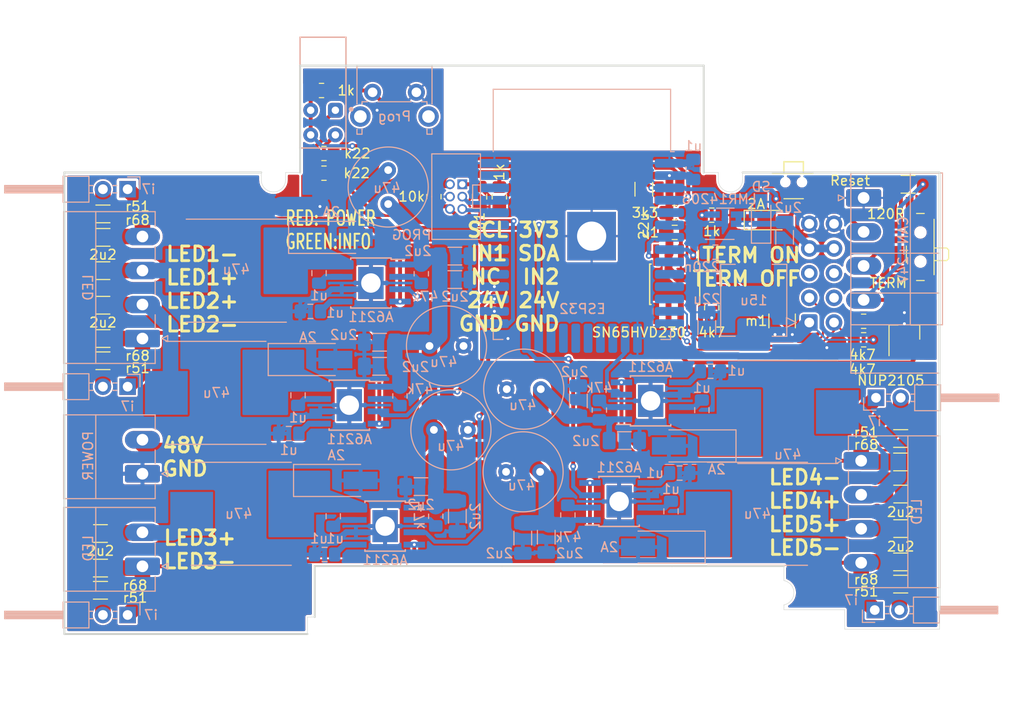
<source format=kicad_pcb>
(kicad_pcb (version 20171130) (host pcbnew "(5.1.8)-1")
  (layers (0 F.Cu signal hide) (31 B.Cu signal) (34 B.Paste user hide) (35 F.Paste user hide) (36 B.SilkS user hide) (37 F.SilkS user hide) (38 B.Mask user hide) (39 F.Mask user hide) (44 Edge.Cuts user))
  (net 0 "")
  (net 1 GND)
  (net 2 +24V)
  (net 3 +3V3)
  (net 4 CANH)
  (net 5 CANL)
  (net 6 "Net-(R7-Pad1)")
  (net 7 "Net-(C11-Pad2)")
  (net 8 SCL1)
  (net 9 SDA1)
  (net 10 "Net-(C23-Pad1)")
  (net 11 "Net-(U3-Pad32)")
  (net 12 "Net-(U3-Pad22)")
  (net 13 "Net-(U3-Pad21)")
  (net 14 "Net-(U3-Pad20)")
  (net 15 "Net-(U3-Pad19)")
  (net 16 "Net-(U3-Pad18)")
  (net 17 "Net-(U3-Pad17)")
  (net 18 CAN_TX)
  (net 19 CAN_RX)
  (net 20 "Net-(R3-Pad1)")
  (net 21 "Net-(U5-Pad5)")
  (net 22 "Net-(C35-Pad2)")
  (net 23 EN)
  (net 24 "Net-(D1-Pad3)")
  (net 25 "Net-(D1-Pad1)")
  (net 26 PROG_RX)
  (net 27 PROG_TX)
  (net 28 "Net-(R13-Pad2)")
  (net 29 "Net-(R26-Pad2)")
  (net 30 "Net-(SW1-Pad1)")
  (net 31 "Net-(J2-Pad6)")
  (net 32 INT0)
  (net 33 "Net-(D4-Pad2)")
  (net 34 GND1)
  (net 35 +48V)
  (net 36 "Net-(C4-Pad1)")
  (net 37 "Net-(C5-Pad2)")
  (net 38 /ledcc01/SW)
  (net 39 /ledcc01/LED+)
  (net 40 "Net-(C10-Pad1)")
  (net 41 "Net-(C16-Pad1)")
  (net 42 "Net-(C17-Pad2)")
  (net 43 "Net-(C24-Pad2)")
  (net 44 "Net-(C29-Pad1)")
  (net 45 "Net-(C30-Pad2)")
  (net 46 PROG_IO0)
  (net 47 "Net-(R2-Pad1)")
  (net 48 "Net-(JP2-Pad2)")
  (net 49 "Net-(R8-Pad1)")
  (net 50 "Net-(JP4-Pad2)")
  (net 51 "Net-(R12-Pad1)")
  (net 52 "Net-(JP6-Pad2)")
  (net 53 "Net-(R16-Pad1)")
  (net 54 "Net-(JP8-Pad2)")
  (net 55 "Net-(R19-Pad1)")
  (net 56 "Net-(JP10-Pad2)")
  (net 57 "Net-(U3-Pad37)")
  (net 58 "Net-(U3-Pad36)")
  (net 59 "Net-(U3-Pad33)")
  (net 60 "Net-(U3-Pad31)")
  (net 61 "Net-(U3-Pad30)")
  (net 62 "Net-(U3-Pad29)")
  (net 63 "Net-(U3-Pad12)")
  (net 64 "Net-(U3-Pad11)")
  (net 65 "Net-(U3-Pad10)")
  (net 66 "Net-(U3-Pad9)")
  (net 67 "Net-(U3-Pad6)")
  (net 68 /ledcc01/LED-)
  (net 69 "Net-(R22-Pad2)")
  (net 70 /psu1/SW)
  (net 71 "Net-(J2-Pad4)")
  (net 72 "Net-(J2-Pad5)")
  (net 73 /ledcc2/SW)
  (net 74 /ledcc2/LED+)
  (net 75 /ledcc2/LED-)
  (net 76 /ledcc3/SW)
  (net 77 /ledcc3/LED+)
  (net 78 /ledcc4/SW)
  (net 79 /ledcc4/LED+)
  (net 80 /ledcc5/SW)
  (net 81 /ledcc5/LED+)
  (net 82 /ledcc3/LED-)
  (net 83 /ledcc5/LED-)
  (net 84 /ledcc4/LED-)
  (net 85 EN1)
  (net 86 EN2)
  (net 87 EN3)
  (net 88 EN4)
  (net 89 EN5)
  (module liebler_SEMICONDUCTORS:SOIC-8_3.9x4.9mm_Pitch1.27mm_pad_handsolder (layer B.Cu) (at 162.052 141.605)
    (fp_text reference U8 hide)
    (fp_text value A6211 (at 0 -3.5) (layer B.SilkS) (effects (justify mirror)))
    (pad 9 thru_hole trapezoid (at 0 0) (size 2.6 3.3) (drill 2) (layers *.Cu *.Mask) (net 34 GND1))
    (pad 8 smd rect (at 3 1.905) (size 2.2 0.6) (layers B.Cu B.Paste B.Mask) (net 80 /ledcc5/SW))
    (pad 7 smd rect (at 3 0.635) (size 2.2 0.6) (layers B.Cu B.Paste B.Mask) (net 45 "Net-(C30-Pad2)"))
    (pad 6 smd rect (at 3 -0.635) (size 2.2 0.6) (layers B.Cu B.Paste B.Mask) (net 34 GND1))
    (pad 5 smd rect (at 3 -1.905) (size 2.2 0.6) (layers B.Cu B.Paste B.Mask) (net 44 "Net-(C29-Pad1)"))
    (pad 4 smd rect (at -3 -1.905) (size 2.2 0.6) (layers B.Cu B.Paste B.Mask) (net 83 /ledcc5/LED-))
    (pad 3 smd rect (at -3 -0.635) (size 2.2 0.6) (layers B.Cu B.Paste B.Mask) (net 89 EN5))
    (pad 2 smd rect (at -3 0.635) (size 2.2 0.6) (layers B.Cu B.Paste B.Mask) (net 55 "Net-(R19-Pad1)"))
    (pad 1 smd rect (at -3 1.905) (size 2.2 0.6) (layers B.Cu B.Paste B.Mask) (net 35 +48V))
  )
  (module liebler_SEMICONDUCTORS:SOIC-8_3.9x4.9mm_Pitch1.27mm_pad_handsolder (layer B.Cu) (at 165.2905 131.2545)
    (fp_text reference U6 hide)
    (fp_text value A6211 (at 0 -3.5) (layer B.SilkS) (effects (justify mirror)))
    (pad 9 thru_hole trapezoid (at 0 0) (size 2.6 3.3) (drill 2) (layers *.Cu *.Mask) (net 34 GND1))
    (pad 8 smd rect (at 3 1.905) (size 2.2 0.6) (layers B.Cu B.Paste B.Mask) (net 78 /ledcc4/SW))
    (pad 7 smd rect (at 3 0.635) (size 2.2 0.6) (layers B.Cu B.Paste B.Mask) (net 43 "Net-(C24-Pad2)"))
    (pad 6 smd rect (at 3 -0.635) (size 2.2 0.6) (layers B.Cu B.Paste B.Mask) (net 34 GND1))
    (pad 5 smd rect (at 3 -1.905) (size 2.2 0.6) (layers B.Cu B.Paste B.Mask) (net 10 "Net-(C23-Pad1)"))
    (pad 4 smd rect (at -3 -1.905) (size 2.2 0.6) (layers B.Cu B.Paste B.Mask) (net 84 /ledcc4/LED-))
    (pad 3 smd rect (at -3 -0.635) (size 2.2 0.6) (layers B.Cu B.Paste B.Mask) (net 88 EN4))
    (pad 2 smd rect (at -3 0.635) (size 2.2 0.6) (layers B.Cu B.Paste B.Mask) (net 53 "Net-(R16-Pad1)"))
    (pad 1 smd rect (at -3 1.905) (size 2.2 0.6) (layers B.Cu B.Paste B.Mask) (net 35 +48V))
  )
  (module liebler_SEMICONDUCTORS:SOIC-8_3.9x4.9mm_Pitch1.27mm_pad_handsolder (layer B.Cu) (at 137.9855 144.145 180)
    (fp_text reference U4 hide)
    (fp_text value A6211 (at 0 -3.5) (layer B.SilkS) (effects (justify mirror)))
    (pad 9 thru_hole trapezoid (at 0 0 180) (size 2.6 3.3) (drill 2) (layers *.Cu *.Mask) (net 34 GND1))
    (pad 8 smd rect (at 3 1.905 180) (size 2.2 0.6) (layers B.Cu B.Paste B.Mask) (net 76 /ledcc3/SW))
    (pad 7 smd rect (at 3 0.635 180) (size 2.2 0.6) (layers B.Cu B.Paste B.Mask) (net 42 "Net-(C17-Pad2)"))
    (pad 6 smd rect (at 3 -0.635 180) (size 2.2 0.6) (layers B.Cu B.Paste B.Mask) (net 34 GND1))
    (pad 5 smd rect (at 3 -1.905 180) (size 2.2 0.6) (layers B.Cu B.Paste B.Mask) (net 41 "Net-(C16-Pad1)"))
    (pad 4 smd rect (at -3 -1.905 180) (size 2.2 0.6) (layers B.Cu B.Paste B.Mask) (net 82 /ledcc3/LED-))
    (pad 3 smd rect (at -3 -0.635 180) (size 2.2 0.6) (layers B.Cu B.Paste B.Mask) (net 87 EN3))
    (pad 2 smd rect (at -3 0.635 180) (size 2.2 0.6) (layers B.Cu B.Paste B.Mask) (net 51 "Net-(R12-Pad1)"))
    (pad 1 smd rect (at -3 1.905 180) (size 2.2 0.6) (layers B.Cu B.Paste B.Mask) (net 35 +48V))
  )
  (module liebler_SEMICONDUCTORS:SOIC-8_3.9x4.9mm_Pitch1.27mm_pad_handsolder (layer B.Cu) (at 134.3025 131.699 180)
    (fp_text reference U2 hide)
    (fp_text value A6211 (at 0 -3.5) (layer B.SilkS) (effects (justify mirror)))
    (pad 9 thru_hole trapezoid (at 0 0 180) (size 2.6 3.3) (drill 2) (layers *.Cu *.Mask) (net 34 GND1))
    (pad 8 smd rect (at 3 1.905 180) (size 2.2 0.6) (layers B.Cu B.Paste B.Mask) (net 73 /ledcc2/SW))
    (pad 7 smd rect (at 3 0.635 180) (size 2.2 0.6) (layers B.Cu B.Paste B.Mask) (net 7 "Net-(C11-Pad2)"))
    (pad 6 smd rect (at 3 -0.635 180) (size 2.2 0.6) (layers B.Cu B.Paste B.Mask) (net 34 GND1))
    (pad 5 smd rect (at 3 -1.905 180) (size 2.2 0.6) (layers B.Cu B.Paste B.Mask) (net 40 "Net-(C10-Pad1)"))
    (pad 4 smd rect (at -3 -1.905 180) (size 2.2 0.6) (layers B.Cu B.Paste B.Mask) (net 75 /ledcc2/LED-))
    (pad 3 smd rect (at -3 -0.635 180) (size 2.2 0.6) (layers B.Cu B.Paste B.Mask) (net 86 EN2))
    (pad 2 smd rect (at -3 0.635 180) (size 2.2 0.6) (layers B.Cu B.Paste B.Mask) (net 49 "Net-(R8-Pad1)"))
    (pad 1 smd rect (at -3 1.905 180) (size 2.2 0.6) (layers B.Cu B.Paste B.Mask) (net 35 +48V))
  )
  (module liebler_SEMICONDUCTORS:SOIC-8_3.9x4.9mm_Pitch1.27mm_pad_handsolder (layer B.Cu) (at 136.525 119.126 180)
    (fp_text reference U1 hide)
    (fp_text value A6211 (at 0 -3.5) (layer B.SilkS) (effects (justify mirror)))
    (pad 9 thru_hole trapezoid (at 0 0 180) (size 2.6 3.3) (drill 2) (layers *.Cu *.Mask) (net 34 GND1))
    (pad 8 smd rect (at 3 1.905 180) (size 2.2 0.6) (layers B.Cu B.Paste B.Mask) (net 38 /ledcc01/SW))
    (pad 7 smd rect (at 3 0.635 180) (size 2.2 0.6) (layers B.Cu B.Paste B.Mask) (net 37 "Net-(C5-Pad2)"))
    (pad 6 smd rect (at 3 -0.635 180) (size 2.2 0.6) (layers B.Cu B.Paste B.Mask) (net 34 GND1))
    (pad 5 smd rect (at 3 -1.905 180) (size 2.2 0.6) (layers B.Cu B.Paste B.Mask) (net 36 "Net-(C4-Pad1)"))
    (pad 4 smd rect (at -3 -1.905 180) (size 2.2 0.6) (layers B.Cu B.Paste B.Mask) (net 68 /ledcc01/LED-))
    (pad 3 smd rect (at -3 -0.635 180) (size 2.2 0.6) (layers B.Cu B.Paste B.Mask) (net 85 EN1))
    (pad 2 smd rect (at -3 0.635 180) (size 2.2 0.6) (layers B.Cu B.Paste B.Mask) (net 47 "Net-(R2-Pad1)"))
    (pad 1 smd rect (at -3 1.905 180) (size 2.2 0.6) (layers B.Cu B.Paste B.Mask) (net 35 +48V))
  )
  (module liebler_PASSIVES:L_0630 (layer B.Cu) (at 175.895 120.904 90)
    (fp_text reference L5 hide)
    (fp_text value 15u (at 0 0) (layer B.SilkS) (effects (justify mirror)))
    (pad 2 smd roundrect (at 3.525 0 90) (size 3.35 3.4) (layers B.Cu B.Paste B.Mask) (roundrect_rratio 0.1) (net 70 /psu1/SW))
    (pad 1 smd roundrect (at -3.525 0 90) (size 3.35 3.4) (layers B.Cu B.Paste B.Mask) (roundrect_rratio 0.1) (net 3 +3V3))
  )
  (module Connector_Phoenix_MC:PhoenixContact_MC_1,5_4-G-3.5_1x04_P3.50mm_Horizontal (layer B.Cu) (at 187.198 110.363 270)
    (fp_text reference J3 hide)
    (fp_text value CAN+24V (at 5.334 -4.064 90) (layer B.SilkS) (effects (justify mirror)))
    (pad 4 thru_hole oval (at 10.5 0 270) (size 1.8 3.6) (drill 1.2) (layers *.Cu *.Mask) (net 4 CANH))
    (pad 3 thru_hole oval (at 7 0 270) (size 1.8 3.6) (drill 1.2) (layers *.Cu *.Mask) (net 5 CANL))
    (pad 2 thru_hole oval (at 3.5 0 270) (size 1.8 3.6) (drill 1.2) (layers *.Cu *.Mask) (net 33 "Net-(D4-Pad2)"))
    (pad 1 thru_hole roundrect (at 0 0 270) (size 1.8 3.6) (drill 1.2) (layers *.Cu *.Mask) (roundrect_rratio 0.1388888888888889) (net 1 GND))
  )
  (module Capacitor_THT:C_Radial_D8.0mm_H11.5mm_P3.50mm (layer B.Cu) (at 142.55 125.603)
    (fp_text reference C7 hide)
    (fp_text value 47u (at 1.468 1.651) (layer B.SilkS) (effects (justify mirror)))
    (pad 2 thru_hole circle (at 3.5 0) (size 1.6 1.6) (drill 0.8) (layers *.Cu *.Mask) (net 34 GND1))
    (pad 1 thru_hole circle (at 0 0) (size 1.6 1.6) (drill 0.8) (layers *.Cu *.Mask) (net 35 +48V))
  )
  (module Capacitor_THT:C_Radial_D8.0mm_H11.5mm_P3.50mm (layer B.Cu) (at 138.303 110.998 90)
    (fp_text reference C1 hide)
    (fp_text value 47u (at 1.651 -0.127 180) (layer B.SilkS) (effects (justify mirror)))
    (pad 2 thru_hole circle (at 3.5 0 90) (size 1.6 1.6) (drill 0.8) (layers *.Cu *.Mask) (net 34 GND1))
    (pad 1 thru_hole circle (at 0 0 90) (size 1.6 1.6) (drill 0.8) (layers *.Cu *.Mask) (net 35 +48V))
  )
  (module Connector_PinHeader_2.54mm:PinHeader_2x01_P2.54mm_Horizontal (layer B.Cu) (at 188.468 130.937)
    (fp_text reference JP8 hide)
    (fp_text value i7 (at -0.127 2.413) (layer B.SilkS) (effects (justify mirror)))
    (pad 2 thru_hole oval (at 2.54 0) (size 1.7 1.7) (drill 1) (layers *.Cu *.Mask) (net 54 "Net-(JP8-Pad2)"))
    (pad 1 thru_hole rect (at 0 0) (size 1.7 1.7) (drill 1) (layers *.Cu *.Mask) (net 84 /ledcc4/LED-))
  )
  (module NetTie:NetTie-2_SMD_Pad2.0mm (layer B.Cu) (at 129.286 111.252 180)
    (fp_text reference NT1 hide)
    (fp_text value Net-Tie_2 hide)
    (fp_poly (pts (xy -2 1) (xy 2 1) (xy 2 -1) (xy -2 -1)) (layer B.Cu) (width 0))
    (pad 2 smd circle (at 2 0 180) (size 2 2) (layers B.Cu) (net 34 GND1))
    (pad 1 smd circle (at -2 0 180) (size 2 2) (layers B.Cu) (net 1 GND))
  )
  (module Connector_Phoenix_MC:PhoenixContact_MC_1,5_2-G-3.5_1x02_P3.50mm_Horizontal (layer B.Cu) (at 113.03 138.755 90)
    (fp_text reference J6 hide)
    (fp_text value POWER (at 1.849 -5.588 90) (layer B.SilkS) (effects (justify mirror)))
    (pad 2 thru_hole oval (at 3.5 0 90) (size 1.8 3.6) (drill 1.2) (layers *.Cu *.Mask) (net 35 +48V))
    (pad 1 thru_hole roundrect (at 0 0 90) (size 1.8 3.6) (drill 1.2) (layers *.Cu *.Mask) (roundrect_rratio 0.1388888888888889) (net 34 GND1))
  )
  (module Connector_Phoenix_MC:PhoenixContact_MC_1,5_2-G-3.5_1x02_P3.50mm_Horizontal (layer B.Cu) (at 113.03 148.28 90)
    (fp_text reference J5 hide)
    (fp_text value LED (at 1.849 -5.588 90) (layer B.SilkS) (effects (justify mirror)))
    (pad 2 thru_hole oval (at 3.5 0 90) (size 1.8 3.6) (drill 1.2) (layers *.Cu *.Mask) (net 77 /ledcc3/LED+))
    (pad 1 thru_hole roundrect (at 0 0 90) (size 1.8 3.6) (drill 1.2) (layers *.Cu *.Mask) (roundrect_rratio 0.1388888888888889) (net 82 /ledcc3/LED-))
  )
  (module Connector_IDC:IDC-Header_2x05_P2.54mm_Horizontal (layer B.Cu) (at 181.61 123.19)
    (fp_text reference J2 hide)
    (fp_text value SensactBusConnector hide)
    (pad 10 thru_hole circle (at 2.54 -10.16) (size 1.7 1.7) (drill 1) (layers *.Cu *.Mask) (net 1 GND))
    (pad 8 thru_hole circle (at 2.54 -7.62) (size 1.7 1.7) (drill 1) (layers *.Cu *.Mask) (net 2 +24V))
    (pad 6 thru_hole circle (at 2.54 -5.08) (size 1.7 1.7) (drill 1) (layers *.Cu *.Mask) (net 31 "Net-(J2-Pad6)"))
    (pad 4 thru_hole circle (at 2.54 -2.54) (size 1.7 1.7) (drill 1) (layers *.Cu *.Mask) (net 71 "Net-(J2-Pad4)"))
    (pad 2 thru_hole circle (at 2.54 0) (size 1.7 1.7) (drill 1) (layers *.Cu *.Mask) (net 8 SCL1))
    (pad 9 thru_hole circle (at 0 -10.16) (size 1.7 1.7) (drill 1) (layers *.Cu *.Mask) (net 1 GND))
    (pad 7 thru_hole circle (at 0 -7.62) (size 1.7 1.7) (drill 1) (layers *.Cu *.Mask) (net 2 +24V))
    (pad 5 thru_hole circle (at 0 -5.08) (size 1.7 1.7) (drill 1) (layers *.Cu *.Mask) (net 72 "Net-(J2-Pad5)"))
    (pad 3 thru_hole circle (at 0 -2.54) (size 1.7 1.7) (drill 1) (layers *.Cu *.Mask) (net 9 SDA1))
    (pad 1 thru_hole roundrect (at 0 0) (size 1.7 1.7) (drill 1) (layers *.Cu *.Mask) (roundrect_rratio 0.1470588235294118) (net 3 +3V3))
  )
  (module liebler_SEMICONDUCTORS:D_SOD-123_handsolder (layer F.Cu) (at 177.165 112.649)
    (fp_text reference D4 hide)
    (fp_text value 2A (at -1.016 -1.651) (layer F.SilkS))
    (pad 2 smd rect (at 2 0) (size 1.6 1.2) (layers F.Cu F.Paste F.Mask) (net 33 "Net-(D4-Pad2)"))
    (pad 1 smd rect (at -2 0) (size 1.6 1.2) (layers F.Cu F.Paste F.Mask) (net 2 +24V))
  )
  (module Package_TO_SOT_SMD:SOT-23-6_Handsoldering (layer B.Cu) (at 172.974 113.03)
    (fp_text reference U7 hide)
    (fp_text value LMR14206 (at -0.635 -2.54) (layer B.SilkS) (effects (justify mirror)))
    (pad 5 smd rect (at 1.35 0) (size 1.56 0.65) (layers B.Cu B.Paste B.Mask) (net 2 +24V))
    (pad 6 smd rect (at 1.35 0.95) (size 1.56 0.65) (layers B.Cu B.Paste B.Mask) (net 70 /psu1/SW))
    (pad 4 smd rect (at 1.35 -0.95) (size 1.56 0.65) (layers B.Cu B.Paste B.Mask) (net 2 +24V))
    (pad 3 smd rect (at -1.35 -0.95) (size 1.56 0.65) (layers B.Cu B.Paste B.Mask) (net 69 "Net-(R22-Pad2)"))
    (pad 2 smd rect (at -1.35 0) (size 1.56 0.65) (layers B.Cu B.Paste B.Mask) (net 1 GND))
    (pad 1 smd rect (at -1.35 0.95) (size 1.56 0.65) (layers B.Cu B.Paste B.Mask) (net 22 "Net-(C35-Pad2)"))
  )
  (module Resistor_SMD:R_0805_2012Metric_Pad1.20x1.40mm_HandSolder (layer F.Cu) (at 171.577 112.141)
    (fp_text reference R23 hide)
    (fp_text value 1k (at 0 1.65) (layer F.SilkS))
    (pad 2 smd roundrect (at 1 0) (size 1.2 1.4) (layers F.Cu F.Paste F.Mask) (roundrect_rratio 0.2083325) (net 1 GND))
    (pad 1 smd roundrect (at -1 0) (size 1.2 1.4) (layers F.Cu F.Paste F.Mask) (roundrect_rratio 0.2083325) (net 69 "Net-(R22-Pad2)"))
  )
  (module Resistor_SMD:R_0805_2012Metric_Pad1.20x1.40mm_HandSolder (layer F.Cu) (at 167.767 111.887)
    (fp_text reference R22 hide)
    (fp_text value 3k3 (at -3.048 0) (layer F.SilkS))
    (pad 2 smd roundrect (at 1 0) (size 1.2 1.4) (layers F.Cu F.Paste F.Mask) (roundrect_rratio 0.2083325) (net 69 "Net-(R22-Pad2)"))
    (pad 1 smd roundrect (at -1 0) (size 1.2 1.4) (layers F.Cu F.Paste F.Mask) (roundrect_rratio 0.2083325) (net 3 +3V3))
  )
  (module liebler_SEMICONDUCTORS:D_SOD-123_handsolder (layer B.Cu) (at 176.657 112.776 90)
    (fp_text reference D2 hide)
    (fp_text value SD (at 3.556 0) (layer B.SilkS) (effects (justify mirror)))
    (pad 2 smd rect (at 2 0 90) (size 1.6 1.2) (layers B.Cu B.Paste B.Mask) (net 1 GND))
    (pad 1 smd rect (at -2 0 90) (size 1.6 1.2) (layers B.Cu B.Paste B.Mask) (net 70 /psu1/SW))
  )
  (module Capacitor_SMD:C_1210_3225Metric_Pad1.33x2.70mm_HandSolder (layer F.Cu) (at 178.816 123.0245 90)
    (fp_text reference C37 hide)
    (fp_text value m1 (at 0 -2.667 180) (layer F.SilkS))
    (pad 2 smd roundrect (at 1.5625 0 90) (size 1.325 2.7) (layers F.Cu F.Paste F.Mask) (roundrect_rratio 0.1886784905660377) (net 1 GND))
    (pad 1 smd roundrect (at -1.5625 0 90) (size 1.325 2.7) (layers F.Cu F.Paste F.Mask) (roundrect_rratio 0.1886784905660377) (net 3 +3V3))
  )
  (module Capacitor_SMD:C_1206_3216Metric_Pad1.33x1.80mm_HandSolder (layer B.Cu) (at 171.069 123.698 90)
    (fp_text reference C36 hide)
    (fp_text value 22u (at 2.921 0 180) (layer B.SilkS) (effects (justify mirror)))
    (pad 2 smd roundrect (at 1.5625 0 90) (size 1.325 1.8) (layers B.Cu B.Paste B.Mask) (roundrect_rratio 0.1886784905660377) (net 1 GND))
    (pad 1 smd roundrect (at -1.5625 0 90) (size 1.325 1.8) (layers B.Cu B.Paste B.Mask) (roundrect_rratio 0.1886784905660377) (net 3 +3V3))
  )
  (module Capacitor_SMD:C_0805_2012Metric_Pad1.18x1.45mm_HandSolder (layer B.Cu) (at 171.958 115.951 180)
    (fp_text reference C35 hide)
    (fp_text value 220n (at 1.397 -1.524) (layer B.SilkS) (effects (justify mirror)))
    (pad 2 smd roundrect (at 1.0375 0 180) (size 1.175 1.45) (layers B.Cu B.Paste B.Mask) (roundrect_rratio 0.2127659574468085) (net 22 "Net-(C35-Pad2)"))
    (pad 1 smd roundrect (at -1.0375 0 180) (size 1.175 1.45) (layers B.Cu B.Paste B.Mask) (roundrect_rratio 0.2127659574468085) (net 70 /psu1/SW))
  )
  (module Capacitor_SMD:C_1206_3216Metric_Pad1.33x1.80mm_HandSolder (layer B.Cu) (at 179.07 114.427 270)
    (fp_text reference C34 hide)
    (fp_text value 2u2 (at -3.048 -0.381) (layer B.SilkS) (effects (justify mirror)))
    (pad 2 smd roundrect (at 1.5625 0 270) (size 1.325 1.8) (layers B.Cu B.Paste B.Mask) (roundrect_rratio 0.1886784905660377) (net 1 GND))
    (pad 1 smd roundrect (at -1.5625 0 270) (size 1.325 1.8) (layers B.Cu B.Paste B.Mask) (roundrect_rratio 0.1886784905660377) (net 2 +24V))
  )
  (module Diode_SMD:D_SMA_Handsoldering (layer B.Cu) (at 166.497 146.304 180)
    (fp_text reference D9 hide)
    (fp_text value 2A (at 5.461 0) (layer B.SilkS) (effects (justify mirror)))
    (pad 2 smd rect (at 2.5 0 180) (size 3.5 1.8) (layers B.Cu B.Paste B.Mask) (net 34 GND1))
    (pad 1 smd rect (at -2.5 0 180) (size 3.5 1.8) (layers B.Cu B.Paste B.Mask) (net 80 /ledcc5/SW))
  )
  (module Diode_SMD:D_SMA_Handsoldering (layer B.Cu) (at 169.672 135.89 180)
    (fp_text reference D8 hide)
    (fp_text value 2A (at -2.413 -2.413) (layer B.SilkS) (effects (justify mirror)))
    (pad 2 smd rect (at 2.5 0 180) (size 3.5 1.8) (layers B.Cu B.Paste B.Mask) (net 34 GND1))
    (pad 1 smd rect (at -2.5 0 180) (size 3.5 1.8) (layers B.Cu B.Paste B.Mask) (net 78 /ledcc4/SW))
  )
  (module Diode_SMD:D_SMA_Handsoldering (layer B.Cu) (at 132.969 139.446)
    (fp_text reference D7 hide)
    (fp_text value 2A (at 0 -2.6) (layer B.SilkS) (effects (justify mirror)))
    (pad 2 smd rect (at 2.5 0) (size 3.5 1.8) (layers B.Cu B.Paste B.Mask) (net 34 GND1))
    (pad 1 smd rect (at -2.5 0) (size 3.5 1.8) (layers B.Cu B.Paste B.Mask) (net 76 /ledcc3/SW))
  )
  (module Diode_SMD:D_SMA_Handsoldering (layer B.Cu) (at 130.3655 127)
    (fp_text reference D6 hide)
    (fp_text value 2A (at -0.3175 -2.286) (layer B.SilkS) (effects (justify mirror)))
    (pad 2 smd rect (at 2.5 0) (size 3.5 1.8) (layers B.Cu B.Paste B.Mask) (net 34 GND1))
    (pad 1 smd rect (at -2.5 0) (size 3.5 1.8) (layers B.Cu B.Paste B.Mask) (net 73 /ledcc2/SW))
  )
  (module Diode_SMD:D_SMA_Handsoldering (layer B.Cu) (at 132.461 114.427)
    (fp_text reference D5 hide)
    (fp_text value 2A (at 0 -2.6) (layer B.SilkS) (effects (justify mirror)))
    (pad 2 smd rect (at 2.5 0) (size 3.5 1.8) (layers B.Cu B.Paste B.Mask) (net 34 GND1))
    (pad 1 smd rect (at -2.5 0) (size 3.5 1.8) (layers B.Cu B.Paste B.Mask) (net 38 /ledcc01/SW))
  )
  (module Resistor_SMD:R_1206_3216Metric_Pad1.30x1.75mm_HandSolder (layer F.Cu) (at 191.008 150.114)
    (fp_text reference R21 hide)
    (fp_text value r51 (at -3.556 0.762) (layer F.SilkS))
    (pad 2 smd roundrect (at 1.55 0) (size 1.3 1.75) (layers F.Cu F.Paste F.Mask) (roundrect_rratio 0.1923076923076923) (net 34 GND1))
    (pad 1 smd roundrect (at -1.55 0) (size 1.3 1.75) (layers F.Cu F.Paste F.Mask) (roundrect_rratio 0.1923076923076923) (net 56 "Net-(JP10-Pad2)"))
  )
  (module Resistor_SMD:R_1206_3216Metric_Pad1.30x1.75mm_HandSolder (layer F.Cu) (at 191.008 147.828)
    (fp_text reference R20 hide)
    (fp_text value r68 (at -3.556 1.82) (layer F.SilkS))
    (pad 2 smd roundrect (at 1.55 0) (size 1.3 1.75) (layers F.Cu F.Paste F.Mask) (roundrect_rratio 0.1923076923076923) (net 34 GND1))
    (pad 1 smd roundrect (at -1.55 0) (size 1.3 1.75) (layers F.Cu F.Paste F.Mask) (roundrect_rratio 0.1923076923076923) (net 83 /ledcc5/LED-))
  )
  (module Resistor_SMD:R_1206_3216Metric_Pad1.30x1.75mm_HandSolder (layer F.Cu) (at 191.008 135.128)
    (fp_text reference R18 hide)
    (fp_text value r51 (at -3.556 -0.635) (layer F.SilkS))
    (pad 2 smd roundrect (at 1.55 0) (size 1.3 1.75) (layers F.Cu F.Paste F.Mask) (roundrect_rratio 0.1923076923076923) (net 34 GND1))
    (pad 1 smd roundrect (at -1.55 0) (size 1.3 1.75) (layers F.Cu F.Paste F.Mask) (roundrect_rratio 0.1923076923076923) (net 54 "Net-(JP8-Pad2)"))
  )
  (module Resistor_SMD:R_1206_3216Metric_Pad1.30x1.75mm_HandSolder (layer F.Cu) (at 191.008 137.541)
    (fp_text reference R17 hide)
    (fp_text value r68 (at -3.556 -1.778) (layer F.SilkS))
    (pad 2 smd roundrect (at 1.55 0) (size 1.3 1.75) (layers F.Cu F.Paste F.Mask) (roundrect_rratio 0.1923076923076923) (net 34 GND1))
    (pad 1 smd roundrect (at -1.55 0) (size 1.3 1.75) (layers F.Cu F.Paste F.Mask) (roundrect_rratio 0.1923076923076923) (net 84 /ledcc4/LED-))
  )
  (module Resistor_SMD:R_1206_3216Metric_Pad1.30x1.75mm_HandSolder (layer F.Cu) (at 108.712 150.749 180)
    (fp_text reference R15 hide)
    (fp_text value r51 (at -3.556 -0.762) (layer F.SilkS))
    (pad 2 smd roundrect (at 1.55 0 180) (size 1.3 1.75) (layers F.Cu F.Paste F.Mask) (roundrect_rratio 0.1923076923076923) (net 34 GND1))
    (pad 1 smd roundrect (at -1.55 0 180) (size 1.3 1.75) (layers F.Cu F.Paste F.Mask) (roundrect_rratio 0.1923076923076923) (net 52 "Net-(JP6-Pad2)"))
  )
  (module Resistor_SMD:R_1206_3216Metric_Pad1.30x1.75mm_HandSolder (layer F.Cu) (at 108.712 148.463 180)
    (fp_text reference R14 hide)
    (fp_text value r68 (at -3.556 -1.778) (layer F.SilkS))
    (pad 2 smd roundrect (at 1.55 0 180) (size 1.3 1.75) (layers F.Cu F.Paste F.Mask) (roundrect_rratio 0.1923076923076923) (net 34 GND1))
    (pad 1 smd roundrect (at -1.55 0 180) (size 1.3 1.75) (layers F.Cu F.Paste F.Mask) (roundrect_rratio 0.1923076923076923) (net 82 /ledcc3/LED-))
  )
  (module Resistor_SMD:R_1206_3216Metric_Pad1.30x1.75mm_HandSolder (layer F.Cu) (at 108.966 127.127 180)
    (fp_text reference R10 hide)
    (fp_text value r51 (at -3.556 -0.762) (layer F.SilkS))
    (pad 2 smd roundrect (at 1.55 0 180) (size 1.3 1.75) (layers F.Cu F.Paste F.Mask) (roundrect_rratio 0.1923076923076923) (net 34 GND1))
    (pad 1 smd roundrect (at -1.55 0 180) (size 1.3 1.75) (layers F.Cu F.Paste F.Mask) (roundrect_rratio 0.1923076923076923) (net 50 "Net-(JP4-Pad2)"))
  )
  (module Resistor_SMD:R_1206_3216Metric_Pad1.30x1.75mm_HandSolder (layer F.Cu) (at 108.966 124.841 180)
    (fp_text reference R9 hide)
    (fp_text value r68 (at -3.556 -1.778) (layer F.SilkS))
    (pad 2 smd roundrect (at 1.55 0 180) (size 1.3 1.75) (layers F.Cu F.Paste F.Mask) (roundrect_rratio 0.1923076923076923) (net 34 GND1))
    (pad 1 smd roundrect (at -1.55 0 180) (size 1.3 1.75) (layers F.Cu F.Paste F.Mask) (roundrect_rratio 0.1923076923076923) (net 75 /ledcc2/LED-))
  )
  (module Resistor_SMD:R_1206_3216Metric_Pad1.30x1.75mm_HandSolder (layer F.Cu) (at 108.966 112.014 180)
    (fp_text reference R5 hide)
    (fp_text value r51 (at -3.556 0.762) (layer F.SilkS))
    (pad 2 smd roundrect (at 1.55 0 180) (size 1.3 1.75) (layers F.Cu F.Paste F.Mask) (roundrect_rratio 0.1923076923076923) (net 34 GND1))
    (pad 1 smd roundrect (at -1.55 0 180) (size 1.3 1.75) (layers F.Cu F.Paste F.Mask) (roundrect_rratio 0.1923076923076923) (net 48 "Net-(JP2-Pad2)"))
  )
  (module Resistor_SMD:R_1206_3216Metric_Pad1.30x1.75mm_HandSolder (layer F.Cu) (at 108.966 114.427 180)
    (fp_text reference R4 hide)
    (fp_text value r68 (at -3.556 1.778) (layer F.SilkS))
    (pad 2 smd roundrect (at 1.55 0 180) (size 1.3 1.75) (layers F.Cu F.Paste F.Mask) (roundrect_rratio 0.1923076923076923) (net 34 GND1))
    (pad 1 smd roundrect (at -1.55 0 180) (size 1.3 1.75) (layers F.Cu F.Paste F.Mask) (roundrect_rratio 0.1923076923076923) (net 68 /ledcc01/LED-))
  )
  (module Connector_PinHeader_2.54mm:PinHeader_2x01_P2.54mm_Horizontal (layer B.Cu) (at 188.341 152.781)
    (fp_text reference JP10 hide)
    (fp_text value i7 (at -2.413 -1.016) (layer B.SilkS) (effects (justify mirror)))
    (pad 2 thru_hole oval (at 2.54 0) (size 1.7 1.7) (drill 1) (layers *.Cu *.Mask) (net 56 "Net-(JP10-Pad2)"))
    (pad 1 thru_hole rect (at 0 0) (size 1.7 1.7) (drill 1) (layers *.Cu *.Mask) (net 83 /ledcc5/LED-))
  )
  (module Connector_PinHeader_2.54mm:PinHeader_2x01_P2.54mm_Horizontal (layer B.Cu) (at 111.506 153.289 180)
    (fp_text reference JP6 hide)
    (fp_text value i7 (at -2.413 0) (layer B.SilkS) (effects (justify mirror)))
    (pad 2 thru_hole oval (at 2.54 0 180) (size 1.7 1.7) (drill 1) (layers *.Cu *.Mask) (net 52 "Net-(JP6-Pad2)"))
    (pad 1 thru_hole rect (at 0 0 180) (size 1.7 1.7) (drill 1) (layers *.Cu *.Mask) (net 82 /ledcc3/LED-))
  )
  (module Connector_PinHeader_2.54mm:PinHeader_2x01_P2.54mm_Horizontal (layer B.Cu) (at 111.506 129.794 180)
    (fp_text reference JP4 hide)
    (fp_text value i7 (at 0 -2.032) (layer B.SilkS) (effects (justify mirror)))
    (pad 2 thru_hole oval (at 2.54 0 180) (size 1.7 1.7) (drill 1) (layers *.Cu *.Mask) (net 50 "Net-(JP4-Pad2)"))
    (pad 1 thru_hole rect (at 0 0 180) (size 1.7 1.7) (drill 1) (layers *.Cu *.Mask) (net 75 /ledcc2/LED-))
  )
  (module Connector_PinHeader_2.54mm:PinHeader_2x01_P2.54mm_Horizontal (layer B.Cu) (at 111.506 109.474 180)
    (fp_text reference JP2 hide)
    (fp_text value i7 (at -2.159 0) (layer B.SilkS) (effects (justify mirror)))
    (pad 2 thru_hole oval (at 2.54 0 180) (size 1.7 1.7) (drill 1) (layers *.Cu *.Mask) (net 48 "Net-(JP2-Pad2)"))
    (pad 1 thru_hole rect (at 0 0 180) (size 1.7 1.7) (drill 1) (layers *.Cu *.Mask) (net 68 /ledcc01/LED-))
  )
  (module liebler_PASSIVES:L_1040 (layer B.Cu) (at 179.4002 132.3975 180)
    (fp_text reference L4 hide)
    (fp_text value 47u (at 0 -4.3815) (layer B.SilkS) (effects (justify mirror)))
    (pad 2 smd rect (at 5.1 0 180) (size 4.4 4.5) (layers B.Cu B.Paste B.Mask) (net 78 /ledcc4/SW))
    (pad 1 smd rect (at -5.1 0 180) (size 4.4 4.5) (layers B.Cu B.Paste B.Mask) (net 79 /ledcc4/LED+))
  )
  (module liebler_PASSIVES:L_1040 (layer B.Cu) (at 123.19 142.875)
    (fp_text reference L3 hide)
    (fp_text value 47u (at -0.254 0) (layer B.SilkS) (effects (justify mirror)))
    (pad 2 smd rect (at 5.1 0) (size 4.4 4.5) (layers B.Cu B.Paste B.Mask) (net 76 /ledcc3/SW))
    (pad 1 smd rect (at -5.1 0) (size 4.4 4.5) (layers B.Cu B.Paste B.Mask) (net 77 /ledcc3/LED+))
  )
  (module liebler_PASSIVES:L_1040 (layer B.Cu) (at 176.276 142.875 180)
    (fp_text reference L6 hide)
    (fp_text value 47u (at 0 0) (layer B.SilkS) (effects (justify mirror)))
    (pad 2 smd rect (at 5.1 0 180) (size 4.4 4.5) (layers B.Cu B.Paste B.Mask) (net 80 /ledcc5/SW))
    (pad 1 smd rect (at -5.1 0 180) (size 4.4 4.5) (layers B.Cu B.Paste B.Mask) (net 81 /ledcc5/LED+))
  )
  (module liebler_PASSIVES:L_1040 (layer B.Cu) (at 120.5865 130.429)
    (fp_text reference L2 hide)
    (fp_text value 47u (at 0.0635 0) (layer B.SilkS) (effects (justify mirror)))
    (pad 2 smd rect (at 5.1 0) (size 4.4 4.5) (layers B.Cu B.Paste B.Mask) (net 73 /ledcc2/SW))
    (pad 1 smd rect (at -5.1 0) (size 4.4 4.5) (layers B.Cu B.Paste B.Mask) (net 74 /ledcc2/LED+))
  )
  (module liebler_PASSIVES:L_1040 (layer B.Cu) (at 122.682 117.856)
    (fp_text reference L1 hide)
    (fp_text value 47u (at 0 -0.127) (layer B.SilkS) (effects (justify mirror)))
    (pad 2 smd rect (at 5.1 0) (size 4.4 4.5) (layers B.Cu B.Paste B.Mask) (net 38 /ledcc01/SW))
    (pad 1 smd rect (at -5.1 0) (size 4.4 4.5) (layers B.Cu B.Paste B.Mask) (net 39 /ledcc01/LED+))
  )
  (module Capacitor_THT:C_Radial_D8.0mm_H11.5mm_P3.50mm (layer B.Cu) (at 153.924 138.557 180)
    (fp_text reference C26 hide)
    (fp_text value 47u (at 1.905 -1.397) (layer B.SilkS) (effects (justify mirror)))
    (pad 2 thru_hole circle (at 3.5 0 180) (size 1.6 1.6) (drill 0.8) (layers *.Cu *.Mask) (net 34 GND1))
    (pad 1 thru_hole circle (at 0 0 180) (size 1.6 1.6) (drill 0.8) (layers *.Cu *.Mask) (net 35 +48V))
  )
  (module Capacitor_THT:C_Radial_D8.0mm_H11.5mm_P3.50mm (layer B.Cu) (at 153.995 130.048 180)
    (fp_text reference C19 hide)
    (fp_text value 47u (at 1.849 -1.651) (layer B.SilkS) (effects (justify mirror)))
    (pad 2 thru_hole circle (at 3.5 0 180) (size 1.6 1.6) (drill 0.8) (layers *.Cu *.Mask) (net 34 GND1))
    (pad 1 thru_hole circle (at 0 0 180) (size 1.6 1.6) (drill 0.8) (layers *.Cu *.Mask) (net 35 +48V))
  )
  (module Capacitor_THT:C_Radial_D8.0mm_H11.5mm_P3.50mm (layer B.Cu) (at 143.002 134.239)
    (fp_text reference C13 hide)
    (fp_text value 47u (at 1.75 1.651) (layer B.SilkS) (effects (justify mirror)))
    (pad 2 thru_hole circle (at 3.5 0) (size 1.6 1.6) (drill 0.8) (layers *.Cu *.Mask) (net 34 GND1))
    (pad 1 thru_hole circle (at 0 0) (size 1.6 1.6) (drill 0.8) (layers *.Cu *.Mask) (net 35 +48V))
  )
  (module Resistor_SMD:R_0805_2012Metric_Pad1.20x1.40mm_HandSolder (layer F.Cu) (at 187.198 124.968 180)
    (fp_text reference R6 hide)
    (fp_text value 4k7 (at 0.127 -3.048) (layer F.SilkS))
    (pad 2 smd roundrect (at 1 0 180) (size 1.2 1.4) (layers F.Cu F.Paste F.Mask) (roundrect_rratio 0.2083325) (net 8 SCL1))
    (pad 1 smd roundrect (at -1 0 180) (size 1.2 1.4) (layers F.Cu F.Paste F.Mask) (roundrect_rratio 0.2083325) (net 3 +3V3))
  )
  (module Capacitor_SMD:C_0805_2012Metric_Pad1.18x1.45mm_HandSolder (layer B.Cu) (at 129.032 130.683 270)
    (fp_text reference C11 hide)
    (fp_text value u1 (at 2.286 0 180) (layer B.SilkS) (effects (justify mirror)))
    (pad 2 smd roundrect (at 1.0375 0 270) (size 1.175 1.45) (layers B.Cu B.Paste B.Mask) (roundrect_rratio 0.2127659574468085) (net 7 "Net-(C11-Pad2)"))
    (pad 1 smd roundrect (at -1.0375 0 270) (size 1.175 1.45) (layers B.Cu B.Paste B.Mask) (roundrect_rratio 0.2127659574468085) (net 73 /ledcc2/SW))
  )
  (module Capacitor_SMD:C_1206_3216Metric_Pad1.33x1.80mm_HandSolder (layer B.Cu) (at 145.161 116.3574)
    (fp_text reference C2 hide)
    (fp_text value 2u2 (at -3.81 -0.5334) (layer B.SilkS) (effects (justify mirror)))
    (pad 2 smd roundrect (at 1.5625 0) (size 1.325 1.8) (layers B.Cu B.Paste B.Mask) (roundrect_rratio 0.1886784905660377) (net 34 GND1))
    (pad 1 smd roundrect (at -1.5625 0) (size 1.325 1.8) (layers B.Cu B.Paste B.Mask) (roundrect_rratio 0.1886784905660377) (net 35 +48V))
  )
  (module Capacitor_SMD:C_0805_2012Metric_Pad1.18x1.45mm_HandSolder (layer B.Cu) (at 130.302 122.047 180)
    (fp_text reference C4 hide)
    (fp_text value u1 (at -2.54 -0.127) (layer B.SilkS) (effects (justify mirror)))
    (pad 2 smd roundrect (at 1.0375 0 180) (size 1.175 1.45) (layers B.Cu B.Paste B.Mask) (roundrect_rratio 0.2127659574468085) (net 34 GND1))
    (pad 1 smd roundrect (at -1.0375 0 180) (size 1.175 1.45) (layers B.Cu B.Paste B.Mask) (roundrect_rratio 0.2127659574468085) (net 36 "Net-(C4-Pad1)"))
  )
  (module Capacitor_SMD:C_0805_2012Metric_Pad1.18x1.45mm_HandSolder (layer B.Cu) (at 131.191 118.11 270)
    (fp_text reference C5 hide)
    (fp_text value u1 (at 2.286 0 180) (layer B.SilkS) (effects (justify mirror)))
    (pad 2 smd roundrect (at 1.0375 0 270) (size 1.175 1.45) (layers B.Cu B.Paste B.Mask) (roundrect_rratio 0.2127659574468085) (net 37 "Net-(C5-Pad2)"))
    (pad 1 smd roundrect (at -1.0375 0 270) (size 1.175 1.45) (layers B.Cu B.Paste B.Mask) (roundrect_rratio 0.2127659574468085) (net 38 /ledcc01/SW))
  )
  (module Capacitor_SMD:C_1206_3216Metric_Pad1.33x1.80mm_HandSolder (layer F.Cu) (at 108.966 117.856 180)
    (fp_text reference C6 hide)
    (fp_text value 2u2 (at 0 1.651 180) (layer F.SilkS))
    (pad 2 smd roundrect (at 1.5625 0 180) (size 1.325 1.8) (layers F.Cu F.Paste F.Mask) (roundrect_rratio 0.1886784905660377) (net 34 GND1))
    (pad 1 smd roundrect (at -1.5625 0 180) (size 1.325 1.8) (layers F.Cu F.Paste F.Mask) (roundrect_rratio 0.1886784905660377) (net 39 /ledcc01/LED+))
  )
  (module Capacitor_SMD:C_1206_3216Metric_Pad1.33x1.80mm_HandSolder (layer B.Cu) (at 145.161 118.7704)
    (fp_text reference C3 hide)
    (fp_text value 2u2 (at 0 1.7526) (layer B.SilkS) (effects (justify mirror)))
    (pad 2 smd roundrect (at 1.5625 0) (size 1.325 1.8) (layers B.Cu B.Paste B.Mask) (roundrect_rratio 0.1886784905660377) (net 34 GND1))
    (pad 1 smd roundrect (at -1.5625 0) (size 1.325 1.8) (layers B.Cu B.Paste B.Mask) (roundrect_rratio 0.1886784905660377) (net 35 +48V))
  )
  (module Capacitor_SMD:C_1206_3216Metric_Pad1.33x1.80mm_HandSolder (layer B.Cu) (at 137.414 127.6985 180)
    (fp_text reference C8 hide)
    (fp_text value 2u2 (at -3.683 -0.0635) (layer B.SilkS) (effects (justify mirror)))
    (pad 2 smd roundrect (at 1.5625 0 180) (size 1.325 1.8) (layers B.Cu B.Paste B.Mask) (roundrect_rratio 0.1886784905660377) (net 34 GND1))
    (pad 1 smd roundrect (at -1.5625 0 180) (size 1.325 1.8) (layers B.Cu B.Paste B.Mask) (roundrect_rratio 0.1886784905660377) (net 35 +48V))
  )
  (module Capacitor_SMD:C_1206_3216Metric_Pad1.33x1.80mm_HandSolder (layer B.Cu) (at 137.414 125.222 180)
    (fp_text reference C9 hide)
    (fp_text value 2u2 (at 3.683 0.762) (layer B.SilkS) (effects (justify mirror)))
    (pad 2 smd roundrect (at 1.5625 0 180) (size 1.325 1.8) (layers B.Cu B.Paste B.Mask) (roundrect_rratio 0.1886784905660377) (net 34 GND1))
    (pad 1 smd roundrect (at -1.5625 0 180) (size 1.325 1.8) (layers B.Cu B.Paste B.Mask) (roundrect_rratio 0.1886784905660377) (net 35 +48V))
  )
  (module Capacitor_SMD:C_0805_2012Metric_Pad1.18x1.45mm_HandSolder (layer B.Cu) (at 128.0795 134.62 180)
    (fp_text reference C10 hide)
    (fp_text value u1 (at 0 -1.68) (layer B.SilkS) (effects (justify mirror)))
    (pad 2 smd roundrect (at 1.0375 0 180) (size 1.175 1.45) (layers B.Cu B.Paste B.Mask) (roundrect_rratio 0.2127659574468085) (net 34 GND1))
    (pad 1 smd roundrect (at -1.0375 0 180) (size 1.175 1.45) (layers B.Cu B.Paste B.Mask) (roundrect_rratio 0.2127659574468085) (net 40 "Net-(C10-Pad1)"))
  )
  (module Capacitor_SMD:C_1206_3216Metric_Pad1.33x1.80mm_HandSolder (layer F.Cu) (at 108.966 121.412 180)
    (fp_text reference C12 hide)
    (fp_text value 2u2 (at 0 -1.778) (layer F.SilkS))
    (pad 2 smd roundrect (at 1.5625 0 180) (size 1.325 1.8) (layers F.Cu F.Paste F.Mask) (roundrect_rratio 0.1886784905660377) (net 34 GND1))
    (pad 1 smd roundrect (at -1.5625 0 180) (size 1.325 1.8) (layers F.Cu F.Paste F.Mask) (roundrect_rratio 0.1886784905660377) (net 74 /ledcc2/LED+))
  )
  (module Capacitor_SMD:C_1206_3216Metric_Pad1.33x1.80mm_HandSolder (layer B.Cu) (at 141.6685 140.081 180)
    (fp_text reference C14 hide)
    (fp_text value 2u2 (at 0 -1.85) (layer B.SilkS) (effects (justify mirror)))
    (pad 2 smd roundrect (at 1.5625 0 180) (size 1.325 1.8) (layers B.Cu B.Paste B.Mask) (roundrect_rratio 0.1886784905660377) (net 34 GND1))
    (pad 1 smd roundrect (at -1.5625 0 180) (size 1.325 1.8) (layers B.Cu B.Paste B.Mask) (roundrect_rratio 0.1886784905660377) (net 35 +48V))
  )
  (module Capacitor_SMD:C_1206_3216Metric_Pad1.33x1.80mm_HandSolder (layer B.Cu) (at 145.415 143.129 270)
    (fp_text reference C15 hide)
    (fp_text value 2u2 (at 0 -1.85 90) (layer B.SilkS) (effects (justify mirror)))
    (pad 2 smd roundrect (at 1.5625 0 270) (size 1.325 1.8) (layers B.Cu B.Paste B.Mask) (roundrect_rratio 0.1886784905660377) (net 34 GND1))
    (pad 1 smd roundrect (at -1.5625 0 270) (size 1.325 1.8) (layers B.Cu B.Paste B.Mask) (roundrect_rratio 0.1886784905660377) (net 35 +48V))
  )
  (module Capacitor_SMD:C_0805_2012Metric_Pad1.18x1.45mm_HandSolder (layer B.Cu) (at 131.7625 147.066 180)
    (fp_text reference C16 hide)
    (fp_text value u1 (at 0.5715 1.651) (layer B.SilkS) (effects (justify mirror)))
    (pad 2 smd roundrect (at 1.0375 0 180) (size 1.175 1.45) (layers B.Cu B.Paste B.Mask) (roundrect_rratio 0.2127659574468085) (net 34 GND1))
    (pad 1 smd roundrect (at -1.0375 0 180) (size 1.175 1.45) (layers B.Cu B.Paste B.Mask) (roundrect_rratio 0.2127659574468085) (net 41 "Net-(C16-Pad1)"))
  )
  (module Capacitor_SMD:C_0805_2012Metric_Pad1.18x1.45mm_HandSolder (layer B.Cu) (at 132.6515 143.129 270)
    (fp_text reference C17 hide)
    (fp_text value u1 (at 2.286 -0.1905 180) (layer B.SilkS) (effects (justify mirror)))
    (pad 2 smd roundrect (at 1.0375 0 270) (size 1.175 1.45) (layers B.Cu B.Paste B.Mask) (roundrect_rratio 0.2127659574468085) (net 42 "Net-(C17-Pad2)"))
    (pad 1 smd roundrect (at -1.0375 0 270) (size 1.175 1.45) (layers B.Cu B.Paste B.Mask) (roundrect_rratio 0.2127659574468085) (net 76 /ledcc3/SW))
  )
  (module Capacitor_SMD:C_1206_3216Metric_Pad1.33x1.80mm_HandSolder (layer F.Cu) (at 108.712 144.907 180)
    (fp_text reference C18 hide)
    (fp_text value 2u2 (at 0 -1.778) (layer F.SilkS))
    (pad 2 smd roundrect (at 1.5625 0 180) (size 1.325 1.8) (layers F.Cu F.Paste F.Mask) (roundrect_rratio 0.1886784905660377) (net 34 GND1))
    (pad 1 smd roundrect (at -1.5625 0 180) (size 1.325 1.8) (layers F.Cu F.Paste F.Mask) (roundrect_rratio 0.1886784905660377) (net 77 /ledcc3/LED+))
  )
  (module Capacitor_SMD:C_1206_3216Metric_Pad1.33x1.80mm_HandSolder (layer B.Cu) (at 157.861 131.2545 90)
    (fp_text reference C20 hide)
    (fp_text value 2u2 (at 2.9845 -0.381 180) (layer B.SilkS) (effects (justify mirror)))
    (pad 2 smd roundrect (at 1.5625 0 90) (size 1.325 1.8) (layers B.Cu B.Paste B.Mask) (roundrect_rratio 0.1886784905660377) (net 34 GND1))
    (pad 1 smd roundrect (at -1.5625 0 90) (size 1.325 1.8) (layers B.Cu B.Paste B.Mask) (roundrect_rratio 0.1886784905660377) (net 35 +48V))
  )
  (module Capacitor_SMD:C_1206_3216Metric_Pad1.33x1.80mm_HandSolder (layer B.Cu) (at 162.59 135.341)
    (fp_text reference C21 hide)
    (fp_text value 2u2 (at -3.967 0.041) (layer B.SilkS) (effects (justify mirror)))
    (pad 2 smd roundrect (at 1.5625 0) (size 1.325 1.8) (layers B.Cu B.Paste B.Mask) (roundrect_rratio 0.1886784905660377) (net 34 GND1))
    (pad 1 smd roundrect (at -1.5625 0) (size 1.325 1.8) (layers B.Cu B.Paste B.Mask) (roundrect_rratio 0.1886784905660377) (net 35 +48V))
  )
  (module Capacitor_SMD:C_0805_2012Metric_Pad1.18x1.45mm_HandSolder (layer B.Cu) (at 171.45 128.2065)
    (fp_text reference C23 hide)
    (fp_text value u1 (at 2.667 -0.0635) (layer B.SilkS) (effects (justify mirror)))
    (pad 2 smd roundrect (at 1.0375 0) (size 1.175 1.45) (layers B.Cu B.Paste B.Mask) (roundrect_rratio 0.2127659574468085) (net 34 GND1))
    (pad 1 smd roundrect (at -1.0375 0) (size 1.175 1.45) (layers B.Cu B.Paste B.Mask) (roundrect_rratio 0.2127659574468085) (net 10 "Net-(C23-Pad1)"))
  )
  (module Capacitor_SMD:C_0805_2012Metric_Pad1.18x1.45mm_HandSolder (layer B.Cu) (at 170.561 132.207 90)
    (fp_text reference C24 hide)
    (fp_text value u1 (at 2.286 0 180) (layer B.SilkS) (effects (justify mirror)))
    (pad 2 smd roundrect (at 1.0375 0 90) (size 1.175 1.45) (layers B.Cu B.Paste B.Mask) (roundrect_rratio 0.2127659574468085) (net 43 "Net-(C24-Pad2)"))
    (pad 1 smd roundrect (at -1.0375 0 90) (size 1.175 1.45) (layers B.Cu B.Paste B.Mask) (roundrect_rratio 0.2127659574468085) (net 78 /ledcc4/SW))
  )
  (module Capacitor_SMD:C_0805_2012Metric_Pad1.18x1.45mm_HandSolder (layer B.Cu) (at 167.386 142.621 90)
    (fp_text reference C30 hide)
    (fp_text value u1 (at 2.286 0 180) (layer B.SilkS) (effects (justify mirror)))
    (pad 2 smd roundrect (at 1.0375 0 90) (size 1.175 1.45) (layers B.Cu B.Paste B.Mask) (roundrect_rratio 0.2127659574468085) (net 45 "Net-(C30-Pad2)"))
    (pad 1 smd roundrect (at -1.0375 0 90) (size 1.175 1.45) (layers B.Cu B.Paste B.Mask) (roundrect_rratio 0.2127659574468085) (net 80 /ledcc5/SW))
  )
  (module Resistor_SMD:R_0805_2012Metric_Pad1.20x1.40mm_HandSolder (layer B.Cu) (at 143.1925 143.129 90)
    (fp_text reference R12 hide)
    (fp_text value 47k (at 0 -1.65 90) (layer B.SilkS) (effects (justify mirror)))
    (pad 2 smd roundrect (at 1 0 90) (size 1.2 1.4) (layers B.Cu B.Paste B.Mask) (roundrect_rratio 0.2083325) (net 35 +48V))
    (pad 1 smd roundrect (at -1 0 90) (size 1.2 1.4) (layers B.Cu B.Paste B.Mask) (roundrect_rratio 0.2083325) (net 51 "Net-(R12-Pad1)"))
  )
  (module Connector_Phoenix_MC:PhoenixContact_MC_1,5_4-G-3.5_1x04_P3.50mm_Horizontal (layer B.Cu) (at 113.03 124.841 90)
    (fp_text reference J4 hide)
    (fp_text value LED (at 5.25 -5.588 90) (layer B.SilkS) (effects (justify mirror)))
    (pad 4 thru_hole oval (at 10.5 0 90) (size 1.8 3.6) (drill 1.2) (layers *.Cu *.Mask) (net 68 /ledcc01/LED-))
    (pad 3 thru_hole oval (at 7 0 90) (size 1.8 3.6) (drill 1.2) (layers *.Cu *.Mask) (net 39 /ledcc01/LED+))
    (pad 2 thru_hole oval (at 3.5 0 90) (size 1.8 3.6) (drill 1.2) (layers *.Cu *.Mask) (net 74 /ledcc2/LED+))
    (pad 1 thru_hole roundrect (at 0 0 90) (size 1.8 3.6) (drill 1.2) (layers *.Cu *.Mask) (roundrect_rratio 0.1388888888888889) (net 75 /ledcc2/LED-))
  )
  (module Resistor_SMD:R_0805_2012Metric_Pad1.20x1.40mm_HandSolder (layer B.Cu) (at 160.02 132.207 270)
    (fp_text reference R16 hide)
    (fp_text value 47k (at -2.286 0 180) (layer B.SilkS) (effects (justify mirror)))
    (pad 2 smd roundrect (at 1 0 270) (size 1.2 1.4) (layers B.Cu B.Paste B.Mask) (roundrect_rratio 0.2083325) (net 35 +48V))
    (pad 1 smd roundrect (at -1 0 270) (size 1.2 1.4) (layers B.Cu B.Paste B.Mask) (roundrect_rratio 0.2083325) (net 53 "Net-(R16-Pad1)"))
  )
  (module Capacitor_SMD:C_1206_3216Metric_Pad1.33x1.80mm_HandSolder (layer F.Cu) (at 191.008 140.843)
    (fp_text reference C25 hide)
    (fp_text value 2u2 (at 0 1.85) (layer F.SilkS))
    (pad 2 smd roundrect (at 1.5625 0) (size 1.325 1.8) (layers F.Cu F.Paste F.Mask) (roundrect_rratio 0.1886784905660377) (net 34 GND1))
    (pad 1 smd roundrect (at -1.5625 0) (size 1.325 1.8) (layers F.Cu F.Paste F.Mask) (roundrect_rratio 0.1886784905660377) (net 79 /ledcc4/LED+))
  )
  (module Capacitor_SMD:C_1206_3216Metric_Pad1.33x1.80mm_HandSolder (layer B.Cu) (at 154.559 145.288 270)
    (fp_text reference C28 hide)
    (fp_text value 2u2 (at 1.651 -2.413 180) (layer B.SilkS) (effects (justify mirror)))
    (pad 2 smd roundrect (at 1.5625 0 270) (size 1.325 1.8) (layers B.Cu B.Paste B.Mask) (roundrect_rratio 0.1886784905660377) (net 34 GND1))
    (pad 1 smd roundrect (at -1.5625 0 270) (size 1.325 1.8) (layers B.Cu B.Paste B.Mask) (roundrect_rratio 0.1886784905660377) (net 35 +48V))
  )
  (module Capacitor_SMD:C_1206_3216Metric_Pad1.33x1.80mm_HandSolder (layer F.Cu) (at 191.008 144.399)
    (fp_text reference C31 hide)
    (fp_text value 2u2 (at 0 1.85) (layer F.SilkS))
    (pad 2 smd roundrect (at 1.5625 0) (size 1.325 1.8) (layers F.Cu F.Paste F.Mask) (roundrect_rratio 0.1886784905660377) (net 34 GND1))
    (pad 1 smd roundrect (at -1.5625 0) (size 1.325 1.8) (layers F.Cu F.Paste F.Mask) (roundrect_rratio 0.1886784905660377) (net 81 /ledcc5/LED+))
  )
  (module Connector_Phoenix_MC:PhoenixContact_MC_1,5_4-G-3.5_1x04_P3.50mm_Horizontal (layer B.Cu) (at 186.944 137.414 270)
    (fp_text reference J7 hide)
    (fp_text value LED (at 5.25 -5.715 90) (layer B.SilkS) (effects (justify mirror)))
    (pad 4 thru_hole oval (at 10.5 0 270) (size 1.8 3.6) (drill 1.2) (layers *.Cu *.Mask) (net 83 /ledcc5/LED-))
    (pad 3 thru_hole oval (at 7 0 270) (size 1.8 3.6) (drill 1.2) (layers *.Cu *.Mask) (net 81 /ledcc5/LED+))
    (pad 2 thru_hole oval (at 3.5 0 270) (size 1.8 3.6) (drill 1.2) (layers *.Cu *.Mask) (net 79 /ledcc4/LED+))
    (pad 1 thru_hole roundrect (at 0 0 270) (size 1.8 3.6) (drill 1.2) (layers *.Cu *.Mask) (roundrect_rratio 0.1388888888888889) (net 84 /ledcc4/LED-))
  )
  (module Capacitor_SMD:C_0805_2012Metric_Pad1.18x1.45mm_HandSolder (layer B.Cu) (at 168.275 138.684)
    (fp_text reference C29 hide)
    (fp_text value u1 (at -2.54 0) (layer B.SilkS) (effects (justify mirror)))
    (pad 2 smd roundrect (at 1.0375 0) (size 1.175 1.45) (layers B.Cu B.Paste B.Mask) (roundrect_rratio 0.2127659574468085) (net 34 GND1))
    (pad 1 smd roundrect (at -1.0375 0) (size 1.175 1.45) (layers B.Cu B.Paste B.Mask) (roundrect_rratio 0.2127659574468085) (net 44 "Net-(C29-Pad1)"))
  )
  (module Capacitor_SMD:C_1206_3216Metric_Pad1.33x1.80mm_HandSolder (layer B.Cu) (at 152.146 145.3765 270)
    (fp_text reference C27 hide)
    (fp_text value 2u2 (at 1.5625 2.413 180) (layer B.SilkS) (effects (justify mirror)))
    (pad 2 smd roundrect (at 1.5625 0 270) (size 1.325 1.8) (layers B.Cu B.Paste B.Mask) (roundrect_rratio 0.1886784905660377) (net 34 GND1))
    (pad 1 smd roundrect (at -1.5625 0 270) (size 1.325 1.8) (layers B.Cu B.Paste B.Mask) (roundrect_rratio 0.1886784905660377) (net 35 +48V))
  )
  (module Resistor_SMD:R_0805_2012Metric_Pad1.20x1.40mm_HandSolder (layer B.Cu) (at 139.5095 130.7465 90)
    (fp_text reference R8 hide)
    (fp_text value 47k (at 0.6985 2.0955 180) (layer B.SilkS) (effects (justify mirror)))
    (pad 2 smd roundrect (at 1 0 90) (size 1.2 1.4) (layers B.Cu B.Paste B.Mask) (roundrect_rratio 0.2083325) (net 35 +48V))
    (pad 1 smd roundrect (at -1 0 90) (size 1.2 1.4) (layers B.Cu B.Paste B.Mask) (roundrect_rratio 0.2083325) (net 49 "Net-(R8-Pad1)"))
  )
  (module Resistor_SMD:R_0805_2012Metric_Pad1.20x1.40mm_HandSolder (layer B.Cu) (at 141.7066 118.1735 90)
    (fp_text reference R2 hide)
    (fp_text value 47k (at -2.3495 0.4064 180) (layer B.SilkS) (effects (justify mirror)))
    (pad 2 smd roundrect (at 1 0 90) (size 1.2 1.4) (layers B.Cu B.Paste B.Mask) (roundrect_rratio 0.2083325) (net 35 +48V))
    (pad 1 smd roundrect (at -1 0 90) (size 1.2 1.4) (layers B.Cu B.Paste B.Mask) (roundrect_rratio 0.2083325) (net 47 "Net-(R2-Pad1)"))
  )
  (module Resistor_SMD:R_0805_2012Metric_Pad1.20x1.40mm_HandSolder (layer B.Cu) (at 156.7815 143.002 270)
    (fp_text reference R19 hide)
    (fp_text value 47k (at 2.286 -0.0635 180) (layer B.SilkS) (effects (justify mirror)))
    (pad 2 smd roundrect (at 1 0 270) (size 1.2 1.4) (layers B.Cu B.Paste B.Mask) (roundrect_rratio 0.2083325) (net 35 +48V))
    (pad 1 smd roundrect (at -1 0 270) (size 1.2 1.4) (layers B.Cu B.Paste B.Mask) (roundrect_rratio 0.2083325) (net 55 "Net-(R19-Pad1)"))
  )
  (module liebler_MECH:SW_SPDT_PCM12_handsolder (layer F.Cu) (at 192.71 115.419 90)
    (fp_text reference SW1 hide)
    (fp_text value TERM (at -3.707 -2.972 180) (layer F.SilkS))
    (pad "" smd rect (at -4.15 -0.78 90) (size 2 0.8) (layers F.Cu F.Paste F.Mask))
    (pad "" smd rect (at 4.15 -0.78 90) (size 2 0.8) (layers F.Cu F.Paste F.Mask))
    (pad "" smd rect (at 4.15 1.43 90) (size 2 0.8) (layers F.Cu F.Paste F.Mask))
    (pad "" smd rect (at -4.15 1.43 90) (size 2 0.8) (layers F.Cu F.Paste F.Mask))
    (pad 3 smd rect (at 2.25 -1.68 90) (size 0.7 2) (layers F.Cu F.Paste F.Mask) (net 6 "Net-(R7-Pad1)"))
    (pad 2 smd rect (at 0.75 -1.68 90) (size 0.7 2) (layers F.Cu F.Paste F.Mask) (net 5 CANL))
    (pad 1 smd rect (at -2.25 -1.68 90) (size 0.7 2) (layers F.Cu F.Paste F.Mask) (net 30 "Net-(SW1-Pad1)"))
    (pad "" np_thru_hole circle (at 1.5 0.33 90) (size 0.9 0.9) (drill 0.9) (layers *.Cu *.Mask))
    (pad "" np_thru_hole circle (at -1.5 0.33 90) (size 0.9 0.9) (drill 0.9) (layers *.Cu *.Mask))
  )
  (module liebler_SEMICONDUCTORS:Dialight-5530123F-0 (layer B.Cu) (at 131.6 100.965)
    (fp_text reference D1 hide)
    (fp_text value Rpower_Ginfo hide)
    (pad 4 thru_hole circle (at -1.27 2.921) (size 1.524 1.524) (drill 0.762) (layers *.Cu *.Mask) (net 3 +3V3))
    (pad 3 thru_hole circle (at 1.27 2.921) (size 1.524 1.524) (drill 0.762) (layers *.Cu *.Mask) (net 24 "Net-(D1-Pad3)"))
    (pad 2 thru_hole circle (at -1.27 0.381) (size 1.524 1.524) (drill 0.762) (layers *.Cu *.Mask) (net 3 +3V3))
    (pad 1 thru_hole roundrect (at 1.27 0.381) (size 1.524 1.524) (drill 0.762) (layers *.Cu *.Mask) (net 25 "Net-(D1-Pad1)"))
  )
  (module smopla:ESP32-WROOM-32_HANDSOLDER (layer B.Cu) (at 158.225 115.055 180)
    (fp_text reference U3 hide)
    (fp_text value ESP32 (at -0.0475 -6.738) (layer B.SilkS) (effects (justify mirror)))
    (pad 38 smd roundrect (at 9 8.255) (size 3 0.9) (layers B.Cu B.Paste B.Mask) (net 1 GND))
    (pad 37 smd roundrect (at 9 6.985) (size 3 0.9) (layers B.Cu B.Paste B.Mask) (net 57 "Net-(U3-Pad37)"))
    (pad 36 smd roundrect (at 9 5.715) (size 3 0.9) (layers B.Cu B.Paste B.Mask) (net 58 "Net-(U3-Pad36)"))
    (pad 35 smd roundrect (at 9 4.445) (size 3 0.9) (layers B.Cu B.Paste B.Mask) (net 27 PROG_TX))
    (pad 34 smd roundrect (at 9 3.175) (size 3 0.9) (layers B.Cu B.Paste B.Mask) (net 26 PROG_RX))
    (pad 33 smd roundrect (at 9 1.905) (size 3 0.9) (layers B.Cu B.Paste B.Mask) (net 59 "Net-(U3-Pad33)"))
    (pad 32 smd roundrect (at 9 0.635) (size 3 0.9) (layers B.Cu B.Paste B.Mask) (net 11 "Net-(U3-Pad32)"))
    (pad 31 smd roundrect (at 9 -0.635) (size 3 0.9) (layers B.Cu B.Paste B.Mask) (net 60 "Net-(U3-Pad31)"))
    (pad 30 smd roundrect (at 9 -1.905) (size 3 0.9) (layers B.Cu B.Paste B.Mask) (net 61 "Net-(U3-Pad30)"))
    (pad 29 smd roundrect (at 9 -3.175) (size 3 0.9) (layers B.Cu B.Paste B.Mask) (net 62 "Net-(U3-Pad29)"))
    (pad 28 smd roundrect (at 9 -4.445) (size 3 0.9) (layers B.Cu B.Paste B.Mask) (net 85 EN1))
    (pad 27 smd roundrect (at 9 -5.715) (size 3 0.9) (layers B.Cu B.Paste B.Mask) (net 86 EN2))
    (pad 26 smd roundrect (at 9 -6.985) (size 3 0.9) (layers B.Cu B.Paste B.Mask) (net 87 EN3))
    (pad 25 smd roundrect (at 9 -8.255) (size 3 0.9) (layers B.Cu B.Paste B.Mask) (net 46 PROG_IO0))
    (pad 24 smd roundrect (at 5.715 -9.755 90) (size 3 0.9) (layers B.Cu B.Paste B.Mask) (net 89 EN5))
    (pad 23 smd roundrect (at 4.445 -9.755 90) (size 3 0.9) (layers B.Cu B.Paste B.Mask) (net 29 "Net-(R26-Pad2)"))
    (pad 22 smd roundrect (at 3.175 -9.755 90) (size 3 0.9) (layers B.Cu B.Paste B.Mask) (net 12 "Net-(U3-Pad22)"))
    (pad 21 smd roundrect (at 1.905 -9.755 90) (size 3 0.9) (layers B.Cu B.Paste B.Mask) (net 13 "Net-(U3-Pad21)"))
    (pad 20 smd roundrect (at 0.635 -9.755 90) (size 3 0.9) (layers B.Cu B.Paste B.Mask) (net 14 "Net-(U3-Pad20)"))
    (pad 19 smd roundrect (at -0.635 -9.755 90) (size 3 0.9) (layers B.Cu B.Paste B.Mask) (net 15 "Net-(U3-Pad19)"))
    (pad 18 smd roundrect (at -1.905 -9.755 90) (size 3 0.9) (layers B.Cu B.Paste B.Mask) (net 16 "Net-(U3-Pad18)"))
    (pad 17 smd roundrect (at -3.175 -9.755 90) (size 3 0.9) (layers B.Cu B.Paste B.Mask) (net 17 "Net-(U3-Pad17)"))
    (pad 16 smd roundrect (at -4.445 -9.755 90) (size 3 0.9) (layers B.Cu B.Paste B.Mask) (net 88 EN4))
    (pad 15 smd roundrect (at -5.715 -9.755 90) (size 3 0.9) (layers B.Cu B.Paste B.Mask) (net 1 GND))
    (pad 14 smd roundrect (at -9 -8.255 180) (size 3 0.9) (layers B.Cu B.Paste B.Mask) (net 8 SCL1))
    (pad 13 smd roundrect (at -9 -6.985 180) (size 3 0.9) (layers B.Cu B.Paste B.Mask) (net 9 SDA1))
    (pad 12 smd roundrect (at -9 -5.715 180) (size 3 0.9) (layers B.Cu B.Paste B.Mask) (net 63 "Net-(U3-Pad12)"))
    (pad 11 smd roundrect (at -9 -4.445 180) (size 3 0.9) (layers B.Cu B.Paste B.Mask) (net 64 "Net-(U3-Pad11)"))
    (pad 10 smd roundrect (at -9 -3.175 180) (size 3 0.9) (layers B.Cu B.Paste B.Mask) (net 65 "Net-(U3-Pad10)"))
    (pad 9 smd roundrect (at -9 -1.905 180) (size 3 0.9) (layers B.Cu B.Paste B.Mask) (net 66 "Net-(U3-Pad9)"))
    (pad 8 smd roundrect (at -9 -0.635 180) (size 3 0.9) (layers B.Cu B.Paste B.Mask) (net 18 CAN_TX))
    (pad 7 smd roundrect (at -9 0.635 180) (size 3 0.9) (layers B.Cu B.Paste B.Mask) (net 19 CAN_RX))
    (pad 6 smd roundrect (at -9 1.905 180) (size 3 0.9) (layers B.Cu B.Paste B.Mask) (net 67 "Net-(U3-Pad6)"))
    (pad 5 smd roundrect (at -9 3.175 180) (size 3 0.9) (layers B.Cu B.Paste B.Mask) (net 32 INT0))
    (pad 4 smd roundrect (at -9 4.445 180) (size 3 0.9) (layers B.Cu B.Paste B.Mask) (net 28 "Net-(R13-Pad2)"))
    (pad 3 smd roundrect (at -9 5.715 180) (size 3 0.9) (layers B.Cu B.Paste B.Mask) (net 23 EN))
    (pad 2 smd roundrect (at -9 6.985 180) (size 3 0.9) (layers B.Cu B.Paste B.Mask) (net 3 +3V3))
    (pad 1 smd roundrect (at -9 8.255 180) (size 3 0.9) (layers B.Cu B.Paste B.Mask) (net 1 GND))
    (pad 39 thru_hole rect (at -1 0.755 180) (size 5 5) (drill 3) (layers *.Cu *.Mask) (net 1 GND))
  )
  (module liebler_CONN:IDC_2x03_P1.27mm_Vertical (layer B.Cu) (at 145.288 110.236 180)
    (fp_text reference J1 hide)
    (fp_text value PROG (at 4.572 -3.937 180) (layer B.SilkS) (effects (justify mirror)))
    (pad 6 thru_hole oval (at 0.635 -1.27 180) (size 1 1) (drill 0.65) (layers *.Cu *.Mask) (net 46 PROG_IO0))
    (pad 5 thru_hole oval (at -0.635 -1.27 180) (size 1 1) (drill 0.65) (layers *.Cu *.Mask) (net 26 PROG_RX))
    (pad 4 thru_hole oval (at 0.635 0 180) (size 1 1) (drill 0.65) (layers *.Cu *.Mask) (net 1 GND))
    (pad 3 thru_hole oval (at -0.635 0 180) (size 1 1) (drill 0.65) (layers *.Cu *.Mask) (net 27 PROG_TX))
    (pad 2 thru_hole oval (at 0.635 1.27 180) (size 1 1) (drill 0.65) (layers *.Cu *.Mask) (net 3 +3V3))
    (pad 1 thru_hole rect (at -0.635 1.27 180) (size 1 1) (drill 0.65) (layers *.Cu *.Mask) (net 23 EN))
  )
  (module sensact:SW_SPST_2x4x3,5 (layer F.Cu) (at 180 108.75)
    (fp_text reference SW3 hide)
    (fp_text value Reset (at 5.801 -0.165) (layer F.SilkS))
    (pad "" np_thru_hole circle (at -0.85 0) (size 0.7 0.7) (drill 0.7) (layers *.Cu *.Mask))
    (pad "" np_thru_hole circle (at 0.85 0) (size 0.7 0.7) (drill 0.7) (layers *.Cu *.Mask))
    (pad MP smd rect (at 2.55 0) (size 1.4 1.2) (layers F.Cu F.Paste F.Mask))
    (pad 2 smd rect (at 1.8 1.7) (size 1.4 1.6) (layers F.Cu F.Paste F.Mask) (net 1 GND))
    (pad MP smd rect (at -2.55 0) (size 1.4 1.2) (layers F.Cu F.Paste F.Mask))
    (pad 1 smd rect (at -1.8 1.7) (size 1.4 1.6) (layers F.Cu F.Paste F.Mask) (net 23 EN))
  )
  (module Button_Switch_THT:SW_Tactile_SPST_Angled_PTS645Vx58-2LFS (layer B.Cu) (at 141.2 99.5 180)
    (fp_text reference SW2 hide)
    (fp_text value Prog (at 2.25 -2.481) (layer B.SilkS) (effects (justify mirror)))
    (pad "" thru_hole circle (at -1.25 -2.49 180) (size 2.1 2.1) (drill 1.3) (layers *.Cu *.Mask))
    (pad 1 thru_hole circle (at 0 0 180) (size 1.75 1.75) (drill 0.99) (layers *.Cu *.Mask) (net 1 GND))
    (pad 2 thru_hole circle (at 4.5 0 180) (size 1.75 1.75) (drill 0.99) (layers *.Cu *.Mask) (net 28 "Net-(R13-Pad2)"))
    (pad "" thru_hole circle (at 5.76 -2.49 180) (size 2.1 2.1) (drill 1.3) (layers *.Cu *.Mask))
  )
  (module Resistor_SMD:R_0805_2012Metric_Pad1.20x1.40mm_HandSolder (layer F.Cu) (at 131.699 105.791)
    (fp_text reference R27 hide)
    (fp_text value k22 (at 3.429 0) (layer F.SilkS))
    (pad 2 smd roundrect (at 1 0) (size 1.2 1.4) (layers F.Cu F.Paste F.Mask) (roundrect_rratio 0.2083325) (net 1 GND))
    (pad 1 smd roundrect (at -1 0) (size 1.2 1.4) (layers F.Cu F.Paste F.Mask) (roundrect_rratio 0.2083325) (net 25 "Net-(D1-Pad1)"))
  )
  (module Resistor_SMD:R_0805_2012Metric_Pad1.20x1.40mm_HandSolder (layer F.Cu) (at 131.699 107.823)
    (fp_text reference R26 hide)
    (fp_text value k22 (at 3.3655 0) (layer F.SilkS))
    (pad 2 smd roundrect (at 1 0) (size 1.2 1.4) (layers F.Cu F.Paste F.Mask) (roundrect_rratio 0.2083325) (net 29 "Net-(R26-Pad2)"))
    (pad 1 smd roundrect (at -1 0) (size 1.2 1.4) (layers F.Cu F.Paste F.Mask) (roundrect_rratio 0.2083325) (net 24 "Net-(D1-Pad3)"))
  )
  (module Resistor_SMD:R_0805_2012Metric_Pad1.20x1.40mm_HandSolder (layer F.Cu) (at 131.445 99.314)
    (fp_text reference R13 hide)
    (fp_text value 1k (at 2.54 0) (layer F.SilkS))
    (pad 2 smd roundrect (at 1 0) (size 1.2 1.4) (layers F.Cu F.Paste F.Mask) (roundrect_rratio 0.2083325) (net 28 "Net-(R13-Pad2)"))
    (pad 1 smd roundrect (at -1 0) (size 1.2 1.4) (layers F.Cu F.Paste F.Mask) (roundrect_rratio 0.2083325) (net 3 +3V3))
  )
  (module Package_TO_SOT_SMD:SOT-23_Handsoldering (layer F.Cu) (at 191.389 124.206 90)
    (fp_text reference D3 hide)
    (fp_text value NUP2105 (at -4.953 -1.397 180) (layer F.SilkS))
    (pad 3 smd rect (at 1.5 0 90) (size 1.9 0.8) (layers F.Cu F.Paste F.Mask) (net 1 GND))
    (pad 2 smd rect (at -1.5 0.95 90) (size 1.9 0.8) (layers F.Cu F.Paste F.Mask) (net 5 CANL))
    (pad 1 smd rect (at -1.5 -0.95 90) (size 1.9 0.8) (layers F.Cu F.Paste F.Mask) (net 4 CANH))
  )
  (module Resistor_SMD:R_0805_2012Metric_Pad1.20x1.40mm_HandSolder (layer F.Cu) (at 149.733 110.252 270)
    (fp_text reference R11 hide)
    (fp_text value 1k (at -2.54 0 270) (layer F.SilkS))
    (pad 2 smd roundrect (at 1 0 270) (size 1.2 1.4) (layers F.Cu F.Paste F.Mask) (roundrect_rratio 0.2083325) (net 23 EN))
    (pad 1 smd roundrect (at -1 0 270) (size 1.2 1.4) (layers F.Cu F.Paste F.Mask) (roundrect_rratio 0.2083325) (net 3 +3V3))
  )
  (module Capacitor_SMD:C_0805_2012Metric_Pad1.18x1.45mm_HandSolder (layer F.Cu) (at 147.701 110.236 270)
    (fp_text reference C40 hide)
    (fp_text value u1 (at 2.5185 0 90) (layer F.SilkS))
    (pad 2 smd roundrect (at 1.0375 0 270) (size 1.175 1.45) (layers F.Cu F.Paste F.Mask) (roundrect_rratio 0.2127659574468085) (net 1 GND))
    (pad 1 smd roundrect (at -1.0375 0 270) (size 1.175 1.45) (layers F.Cu F.Paste F.Mask) (roundrect_rratio 0.2127659574468085) (net 23 EN))
  )
  (module Resistor_SMD:R_0805_2012Metric_Pad1.20x1.40mm_HandSolder (layer F.Cu) (at 143.002 110.236 270)
    (fp_text reference R25 hide)
    (fp_text value 10k (at 0 2.286 180) (layer F.SilkS))
    (pad 2 smd roundrect (at 1 0 270) (size 1.2 1.4) (layers F.Cu F.Paste F.Mask) (roundrect_rratio 0.2083325) (net 46 PROG_IO0))
    (pad 1 smd roundrect (at -1 0 270) (size 1.2 1.4) (layers F.Cu F.Paste F.Mask) (roundrect_rratio 0.2083325) (net 3 +3V3))
  )
  (module Resistor_SMD:R_1206_3216Metric_Pad1.30x1.75mm_HandSolder (layer F.Cu) (at 191.77 108.966)
    (fp_text reference R7 hide)
    (fp_text value 120R (at -2.286 3.048) (layer F.SilkS))
    (pad 2 smd roundrect (at 1.55 0) (size 1.3 1.75) (layers F.Cu F.Paste F.Mask) (roundrect_rratio 0.1923076923076923) (net 4 CANH))
    (pad 1 smd roundrect (at -1.55 0) (size 1.3 1.75) (layers F.Cu F.Paste F.Mask) (roundrect_rratio 0.1923076923076923) (net 6 "Net-(R7-Pad1)"))
  )
  (module Resistor_SMD:R_0805_2012Metric_Pad1.20x1.40mm_HandSolder (layer F.Cu) (at 171.577 121.666 270)
    (fp_text reference R3 hide)
    (fp_text value 4k7 (at 2.54 0 180) (layer F.SilkS))
    (pad 2 smd roundrect (at 1 0 270) (size 1.2 1.4) (layers F.Cu F.Paste F.Mask) (roundrect_rratio 0.2083325) (net 1 GND))
    (pad 1 smd roundrect (at -1 0 270) (size 1.2 1.4) (layers F.Cu F.Paste F.Mask) (roundrect_rratio 0.2083325) (net 20 "Net-(R3-Pad1)"))
  )
  (module Resistor_SMD:R_0805_2012Metric_Pad1.20x1.40mm_HandSolder (layer F.Cu) (at 187.198 123.063 180)
    (fp_text reference R1 hide)
    (fp_text value 4k7 (at 0.127 -3.429) (layer F.SilkS))
    (pad 2 smd roundrect (at 1 0 180) (size 1.2 1.4) (layers F.Cu F.Paste F.Mask) (roundrect_rratio 0.2083325) (net 9 SDA1))
    (pad 1 smd roundrect (at -1 0 180) (size 1.2 1.4) (layers F.Cu F.Paste F.Mask) (roundrect_rratio 0.2083325) (net 3 +3V3))
  )
  (module Capacitor_SMD:C_1206_3216Metric_Pad1.33x1.80mm_HandSolder (layer F.Cu) (at 164.592 109.474 270)
    (fp_text reference C33 hide)
    (fp_text value 22u (at 3.81 0 90) (layer F.SilkS))
    (pad 2 smd roundrect (at 1.5625 0 270) (size 1.325 1.8) (layers F.Cu F.Paste F.Mask) (roundrect_rratio 0.1886784905660377) (net 1 GND))
    (pad 1 smd roundrect (at -1.5625 0 270) (size 1.325 1.8) (layers F.Cu F.Paste F.Mask) (roundrect_rratio 0.1886784905660377) (net 3 +3V3))
  )
  (module Capacitor_SMD:C_0805_2012Metric_Pad1.18x1.45mm_HandSolder (layer B.Cu) (at 169.672 107.442 90)
    (fp_text reference C32 hide)
    (fp_text value u1 (at 2.413 0 180) (layer B.SilkS) (effects (justify mirror)))
    (pad 2 smd roundrect (at 1.0375 0 90) (size 1.175 1.45) (layers B.Cu B.Paste B.Mask) (roundrect_rratio 0.2127659574468085) (net 1 GND))
    (pad 1 smd roundrect (at -1.0375 0 90) (size 1.175 1.45) (layers B.Cu B.Paste B.Mask) (roundrect_rratio 0.2127659574468085) (net 3 +3V3))
  )
  (module Capacitor_SMD:C_0805_2012Metric_Pad1.18x1.45mm_HandSolder (layer F.Cu) (at 167.767 113.919)
    (fp_text reference C22 hide)
    (fp_text value u1 (at -2.54 0 180) (layer F.SilkS))
    (pad 2 smd roundrect (at 1.0375 0) (size 1.175 1.45) (layers F.Cu F.Paste F.Mask) (roundrect_rratio 0.2127659574468085) (net 1 GND))
    (pad 1 smd roundrect (at -1.0375 0) (size 1.175 1.45) (layers F.Cu F.Paste F.Mask) (roundrect_rratio 0.2127659574468085) (net 3 +3V3))
  )
  (module sensact:SOIC-8_3.9x4.9mm_Pitch1.27mm_handsolder (layer F.Cu) (at 167.767 119.253 270)
    (fp_text reference U5 hide)
    (fp_text value SN65HVD230 (at 4.953 3.683 180) (layer F.SilkS))
    (pad 8 smd rect (at 3 -1.905 270) (size 2.2 0.6) (layers F.Cu F.Paste F.Mask) (net 20 "Net-(R3-Pad1)"))
    (pad 7 smd rect (at 3 -0.635 270) (size 2.2 0.6) (layers F.Cu F.Paste F.Mask) (net 4 CANH))
    (pad 6 smd rect (at 3 0.635 270) (size 2.2 0.6) (layers F.Cu F.Paste F.Mask) (net 5 CANL))
    (pad 5 smd rect (at 3 1.905 270) (size 2.2 0.6) (layers F.Cu F.Paste F.Mask) (net 21 "Net-(U5-Pad5)"))
    (pad 4 smd rect (at -3 1.905 270) (size 2.2 0.6) (layers F.Cu F.Paste F.Mask) (net 19 CAN_RX))
    (pad 3 smd rect (at -3 0.635 270) (size 2.2 0.6) (layers F.Cu F.Paste F.Mask) (net 3 +3V3))
    (pad 2 smd rect (at -3 -0.635 270) (size 2.2 0.6) (layers F.Cu F.Paste F.Mask) (net 1 GND))
    (pad 1 smd rect (at -3 -1.905 270) (size 2.2 0.6) (layers F.Cu F.Paste F.Mask) (net 18 CAN_TX))
  )
  (gr_text "LED3+\nLED3-" (at 115.062 146.558) (layer F.SilkS) (effects (font (size 1.5 1.5) (thickness 0.3)) (justify left)))
  (gr_text "48V\nGND" (at 114.935 137.033) (layer F.SilkS) (effects (font (size 1.5 1.5) (thickness 0.3)) (justify left)))
  (gr_text "LED1-\nLED1+\nLED2+\nLED2-" (at 123.063 119.761) (layer F.SilkS) (effects (font (size 1.5 1.5) (thickness 0.3)) (justify right)))
  (gr_text "LED4-\nLED4+\nLED5+\nLED5-" (at 185.039 142.748) (layer F.SilkS) (effects (font (size 1.5 1.5) (thickness 0.3)) (justify right)))
  (gr_text "TERM ON\nTERM OFF" (at 180.848 117.475) (layer F.SilkS) (effects (font (size 1.5 1.5) (thickness 0.3)) (justify right)))
  (gr_text "SCL 3V3\nIN1 SDA\nNC  IN2\n24V 24V\nGND GND" (at 156.083 118.491) (layer F.SilkS) (effects (font (size 1.5 1.5) (thickness 0.3)) (justify right)))
  (gr_line (start 179 149.75) (end 179 148.25) (layer Edge.Cuts) (width 0.05))
  (gr_arc (start 178.75 151) (end 178.999999 152.249999) (angle -157.3801351) (layer Edge.Cuts) (width 0.05))
  (gr_line (start 179 152.75) (end 178.999999 152.249999) (layer Edge.Cuts) (width 0.05))
  (gr_line (start 185.25 152.75) (end 179 152.75) (layer Edge.Cuts) (width 0.05))
  (gr_line (start 185.25 154.75) (end 185.25 152.75) (layer Edge.Cuts) (width 0.05))
  (gr_line (start 195 154.75) (end 185.25 154.75) (layer Edge.Cuts) (width 0.05))
  (gr_line (start 195 152.75) (end 195 154.75) (layer Edge.Cuts) (width 0.05))
  (gr_line (start 172.25 107.75) (end 170.749999 107.75) (layer Edge.Cuts) (width 0.05))
  (gr_line (start 129.25 107.75) (end 127.75 107.75) (layer Edge.Cuts) (width 0.05))
  (gr_arc (start 126.5 108.5) (end 125.25 108.5) (angle -180) (layer Edge.Cuts) (width 0.05))
  (gr_line (start 127.75 107.75) (end 127.75 108.5) (layer Edge.Cuts) (width 0.05))
  (gr_line (start 125.25 107.75) (end 125.25 108.5) (layer Edge.Cuts) (width 0.05))
  (gr_arc (start 173.5 108.5) (end 172.25 108.5) (angle -180) (layer Edge.Cuts) (width 0.05))
  (gr_line (start 174.75 107.75) (end 174.75 108.5) (layer Edge.Cuts) (width 0.05))
  (gr_line (start 172.25 107.75) (end 172.25 108.5) (layer Edge.Cuts) (width 0.05))
  (gr_line (start 130 153.5) (end 130 155.25) (layer Edge.Cuts) (width 0.05))
  (gr_line (start 130.75 153.5) (end 130 153.5) (layer Edge.Cuts) (width 0.05))
  (gr_line (start 130.75 148.25) (end 130.75 153.5) (layer Edge.Cuts) (width 0.2))
  (gr_line (start 150 148.250001) (end 130.75 148.25) (layer Edge.Cuts) (width 0.2))
  (gr_line (start 167.499999 148.249998) (end 150 148.250001) (layer Edge.Cuts) (width 0.2))
  (gr_line (start 179 148.25) (end 167.499999 148.249998) (layer Edge.Cuts) (width 0.2))
  (gr_line (start 174.75 107.75) (end 195 107.75) (layer Edge.Cuts) (width 0.2))
  (gr_line (start 170.749999 96.75) (end 170.749999 107.75) (layer Edge.Cuts) (width 0.2))
  (gr_line (start 129.25 96.750001) (end 170.749999 96.75) (layer Edge.Cuts) (width 0.2))
  (gr_line (start 129.25 107.75) (end 129.25 96.750001) (layer Edge.Cuts) (width 0.2))
  (gr_line (start 105 107.750001) (end 125.25 107.75) (layer Edge.Cuts) (width 0.2))
  (gr_line (start 130 155.25) (end 105.000001 155.25) (layer Edge.Cuts) (width 0.2))
  (gr_line (start 195 107.75) (end 195 152.75) (layer Edge.Cuts) (width 0.2))
  (gr_line (start 105.000001 155.25) (end 105 107.75) (layer Edge.Cuts) (width 0.2))
  (gr_text "RED: POWER\nGREEN:INFO" (at 127.635 113.665) (layer F.SilkS) (effects (font (size 1.5 1) (thickness 0.2)) (justify left)))
  (via (at 171.577 122.7074) (size 0.6) (drill 0.3) (layers F.Cu B.Cu) (net 1))
  (via (at 191.389 122.174) (size 0.6) (drill 0.3) (layers F.Cu B.Cu) (net 1))
  (via (at 191.389 123.317) (size 0.6) (drill 0.3) (layers F.Cu B.Cu) (net 1))
  (segment (start 159.5335 114.046) (end 159.131 114.4485) (width 0.4) (layer B.Cu) (net 1))
  (segment (start 161.465 114.046) (end 159.5335 114.046) (width 0.4) (layer B.Cu) (net 1))
  (segment (start 159.5335 112.776) (end 159.131 112.3735) (width 0.4) (layer B.Cu) (net 1))
  (segment (start 161.465 112.776) (end 159.5335 112.776) (width 0.4) (layer B.Cu) (net 1))
  (segment (start 159.131 112.3735) (end 159.131 112.427) (width 0.4) (layer B.Cu) (net 1))
  (segment (start 169.2765 106.8) (end 169.672 106.4045) (width 0.8) (layer B.Cu) (net 1))
  (segment (start 167.225 106.8) (end 169.2765 106.8) (width 0.8) (layer B.Cu) (net 1))
  (segment (start 168.402 114.3215) (end 168.8045 113.919) (width 0.4) (layer F.Cu) (net 1))
  (segment (start 168.402 116.253) (end 168.402 114.3215) (width 0.4) (layer F.Cu) (net 1))
  (segment (start 171.624 113.03) (end 170.18 113.03) (width 0.6) (layer B.Cu) (net 1))
  (segment (start 170.18 113.03) (end 172.953999 113.03) (width 0.6) (layer B.Cu) (net 1))
  (via (at 137.16 101.346) (size 0.6) (drill 0.3) (layers F.Cu B.Cu) (net 1))
  (segment (start 131.286 111.252) (end 131.286 111.252) (width 1.6) (layer B.Cu) (net 1))
  (via (at 183.4134 125.7808) (size 0.6) (drill 0.3) (layers F.Cu B.Cu) (net 1))
  (via (at 150.622 124.841) (size 0.6) (drill 0.3) (layers F.Cu B.Cu) (net 1))
  (segment (start 131.286 111.252) (end 131.286 108.744) (width 1.6) (layer B.Cu) (net 1))
  (via (at 131.286 111.252) (size 0.6) (drill 0.3) (layers F.Cu B.Cu) (net 1))
  (segment (start 184.15 115.57) (end 181.61 115.57) (width 0.8) (layer B.Cu) (net 2))
  (segment (start 181.61 115.4045) (end 179.07 112.8645) (width 0.8) (layer B.Cu) (net 2))
  (segment (start 181.61 115.57) (end 181.61 115.4045) (width 0.8) (layer B.Cu) (net 2))
  (segment (start 178.9045 113.03) (end 179.07 112.8645) (width 0.6) (layer B.Cu) (net 2))
  (segment (start 174.324 113.03) (end 174.752 113.03) (width 0.6) (layer B.Cu) (net 2))
  (segment (start 174.324 112.08) (end 174.324 113.03) (width 0.6) (layer B.Cu) (net 2))
  (segment (start 174.752 113.03) (end 175.514 113.03) (width 0.6) (layer B.Cu) (net 2))
  (via (at 174.752 113.03) (size 0.6) (drill 0.3) (layers F.Cu B.Cu) (net 2))
  (segment (start 175.514 113.03) (end 178.9045 113.03) (width 0.6) (layer B.Cu) (net 2))
  (via (at 175.514 113.03) (size 0.6) (drill 0.3) (layers F.Cu B.Cu) (net 2))
  (segment (start 181.88 123.46) (end 181.61 123.19) (width 0.4) (layer F.Cu) (net 3))
  (segment (start 169.2625 108.07) (end 169.672 108.4795) (width 0.8) (layer B.Cu) (net 3))
  (segment (start 167.225 108.07) (end 167.225 108.07) (width 0.8) (layer B.Cu) (net 3))
  (segment (start 130.33 99.429) (end 130.445 99.314) (width 0.4) (layer F.Cu) (net 3))
  (segment (start 130.33 101.346) (end 130.33 99.429) (width 0.4) (layer F.Cu) (net 3))
  (segment (start 130.33 103.886) (end 130.33 101.346) (width 0.4) (layer F.Cu) (net 3))
  (segment (start 167.132 114.3215) (end 166.7295 113.919) (width 0.4) (layer F.Cu) (net 3))
  (segment (start 167.132 116.253) (end 167.132 114.3215) (width 0.4) (layer F.Cu) (net 3))
  (via (at 188.198 124.968) (size 0.6) (drill 0.3) (layers F.Cu B.Cu) (net 3))
  (segment (start 183.388 124.968) (end 188.198 124.968) (width 0.2) (layer B.Cu) (net 3))
  (segment (start 181.61 123.19) (end 183.388 124.968) (width 0.2) (layer B.Cu) (net 3))
  (segment (start 188.198 123.063) (end 188.198 124.968) (width 0.2) (layer F.Cu) (net 3))
  (segment (start 175.0635 125.2605) (end 175.895 124.429) (width 1.6) (layer B.Cu) (net 3))
  (segment (start 171.069 125.2605) (end 175.0635 125.2605) (width 1.6) (layer B.Cu) (net 3))
  (segment (start 180.371 124.429) (end 181.61 123.19) (width 1.6) (layer B.Cu) (net 3))
  (segment (start 175.895 124.429) (end 178.085 124.429) (width 1.6) (layer B.Cu) (net 3))
  (segment (start 178.085 124.429) (end 178.974 124.429) (width 1.6) (layer B.Cu) (net 3))
  (via (at 178.085 124.429) (size 0.6) (drill 0.3) (layers F.Cu B.Cu) (net 3))
  (segment (start 178.974 124.429) (end 179.863 124.429) (width 1.6) (layer B.Cu) (net 3))
  (via (at 178.974 124.429) (size 0.6) (drill 0.3) (layers F.Cu B.Cu) (net 3))
  (segment (start 179.863 124.429) (end 180.371 124.429) (width 1.6) (layer B.Cu) (net 3))
  (via (at 179.863 124.429) (size 0.6) (drill 0.3) (layers F.Cu B.Cu) (net 3))
  (segment (start 167.225 108.07) (end 169.2625 108.07) (width 0.8) (layer B.Cu) (net 3))
  (via (at 167.225 108.07) (size 0.6) (drill 0.3) (layers F.Cu B.Cu) (net 3))
  (segment (start 167.132 116.253) (end 167.225 116.16) (width 0.8) (layer F.Cu) (net 3))
  (segment (start 166.767 111.887) (end 167.1148 111.887) (width 0.8) (layer F.Cu) (net 3))
  (segment (start 167.1148 111.887) (end 167.225 111.7768) (width 0.8) (layer F.Cu) (net 3))
  (segment (start 167.225 111.7768) (end 167.225 108.07) (width 0.8) (layer F.Cu) (net 3))
  (segment (start 167.1148 113.919) (end 167.225 113.8088) (width 0.8) (layer F.Cu) (net 3))
  (segment (start 166.7295 113.919) (end 167.1148 113.919) (width 0.8) (layer F.Cu) (net 3))
  (segment (start 167.225 113.8088) (end 167.225 111.7768) (width 0.8) (layer F.Cu) (net 3))
  (segment (start 167.225 116.16) (end 167.225 113.8088) (width 0.8) (layer F.Cu) (net 3))
  (segment (start 167.132 117.729) (end 167.132 116.253) (width 0.8) (layer F.Cu) (net 3))
  (segment (start 168.0464 118.6434) (end 167.132 117.729) (width 0.8) (layer F.Cu) (net 3))
  (segment (start 173.1884 118.6434) (end 168.0464 118.6434) (width 0.8) (layer F.Cu) (net 3))
  (segment (start 178.974 124.429) (end 173.1884 118.6434) (width 0.8) (layer F.Cu) (net 3))
  (segment (start 143.272 108.966) (end 144.653 108.966) (width 0.8) (layer F.Cu) (net 3))
  (segment (start 143.002 109.236) (end 143.272 108.966) (width 0.8) (layer F.Cu) (net 3))
  (segment (start 164.7505 108.07) (end 164.592 107.9115) (width 0.8) (layer F.Cu) (net 3))
  (segment (start 167.225 108.07) (end 164.7505 108.07) (width 0.8) (layer F.Cu) (net 3))
  (segment (start 144.362001 107.875999) (end 143.002 109.236) (width 0.8) (layer F.Cu) (net 3))
  (segment (start 146.895001 107.875999) (end 144.362001 107.875999) (width 0.8) (layer F.Cu) (net 3))
  (segment (start 146.930502 107.9115) (end 146.895001 107.875999) (width 0.8) (layer F.Cu) (net 3))
  (segment (start 149.733 108) (end 149.8215 107.9115) (width 0.4) (layer F.Cu) (net 3))
  (segment (start 149.733 109.252) (end 149.733 108) (width 0.4) (layer F.Cu) (net 3))
  (segment (start 149.8215 107.9115) (end 146.930502 107.9115) (width 0.8) (layer F.Cu) (net 3))
  (segment (start 164.592 107.9115) (end 149.8215 107.9115) (width 0.8) (layer F.Cu) (net 3))
  (segment (start 139.954 105.029) (end 134.62 105.029) (width 0.4) (layer F.Cu) (net 3))
  (segment (start 143.002 108.077) (end 139.954 105.029) (width 0.4) (layer F.Cu) (net 3))
  (segment (start 143.002 109.236) (end 143.002 108.077) (width 0.4) (layer F.Cu) (net 3))
  (segment (start 134.610999 105.038001) (end 134.62 105.029) (width 0.4) (layer B.Cu) (net 3))
  (segment (start 131.482001 105.038001) (end 134.610999 105.038001) (width 0.4) (layer B.Cu) (net 3))
  (segment (start 130.33 103.886) (end 131.482001 105.038001) (width 0.4) (layer B.Cu) (net 3))
  (via (at 134.62 105.029) (size 0.6) (drill 0.3) (layers F.Cu B.Cu) (net 3))
  (segment (start 189.398 120.863) (end 187.198 120.863) (width 0.4) (layer F.Cu) (net 4))
  (segment (start 190.439 121.904) (end 189.398 120.863) (width 0.4) (layer F.Cu) (net 4))
  (segment (start 190.439 125.706) (end 190.439 121.904) (width 0.4) (layer F.Cu) (net 4))
  (via (at 193.294 108.966) (size 0.6) (drill 0.3) (layers F.Cu B.Cu) (net 4))
  (segment (start 193.32 108.966) (end 193.294 108.966) (width 0.4) (layer F.Cu) (net 4))
  (segment (start 193.294 108.966) (end 190.881 111.379) (width 0.4) (layer B.Cu) (net 4))
  (segment (start 190.881 117.18) (end 187.198 120.863) (width 0.4) (layer B.Cu) (net 4))
  (segment (start 190.881 111.379) (end 190.881 117.18) (width 0.4) (layer B.Cu) (net 4))
  (segment (start 189.526 126.619) (end 190.439 125.706) (width 0.4) (layer F.Cu) (net 4))
  (segment (start 168.402 122.253) (end 168.244082 122.410918) (width 0.4) (layer F.Cu) (net 4))
  (segment (start 168.244082 122.410918) (end 168.244082 125.502208) (width 0.4) (layer F.Cu) (net 4))
  (segment (start 169.360874 126.619) (end 189.526 126.619) (width 0.4) (layer F.Cu) (net 4))
  (segment (start 168.244082 125.502208) (end 169.360874 126.619) (width 0.4) (layer F.Cu) (net 4))
  (segment (start 191.974003 121.059001) (end 190.894001 121.059001) (width 0.4) (layer F.Cu) (net 5))
  (segment (start 190.894001 121.059001) (end 187.198 117.363) (width 0.4) (layer F.Cu) (net 5))
  (segment (start 192.339 121.423998) (end 191.974003 121.059001) (width 0.4) (layer F.Cu) (net 5))
  (segment (start 192.339 125.706) (end 192.339 121.423998) (width 0.4) (layer F.Cu) (net 5))
  (segment (start 189.892 114.669) (end 187.198 117.363) (width 0.4) (layer F.Cu) (net 5))
  (segment (start 191.03 114.669) (end 189.892 114.669) (width 0.4) (layer F.Cu) (net 5))
  (segment (start 192.339 125.706) (end 192.339 127.056) (width 0.4) (layer F.Cu) (net 5))
  (segment (start 167.132 125.365948) (end 167.132 122.253) (width 0.4) (layer F.Cu) (net 5))
  (segment (start 192.339 127.056) (end 192.085989 127.309011) (width 0.4) (layer F.Cu) (net 5))
  (segment (start 192.085989 127.309011) (end 169.075063 127.309011) (width 0.4) (layer F.Cu) (net 5))
  (segment (start 169.075063 127.309011) (end 167.132 125.365948) (width 0.4) (layer F.Cu) (net 5))
  (segment (start 191.03 109.776) (end 190.22 108.966) (width 0.4) (layer F.Cu) (net 6))
  (segment (start 191.03 113.169) (end 191.03 109.776) (width 0.4) (layer F.Cu) (net 6))
  (segment (start 129.6885 131.064) (end 129.032 131.7205) (width 0.6) (layer B.Cu) (net 7))
  (segment (start 131.3025 131.064) (end 129.6885 131.064) (width 0.6) (layer B.Cu) (net 7))
  (segment (start 185.928 124.968) (end 186.198 124.968) (width 0.2) (layer F.Cu) (net 8))
  (segment (start 184.15 123.19) (end 185.928 124.968) (width 0.2) (layer F.Cu) (net 8))
  (segment (start 182.2196 125.984) (end 169.895078 125.984) (width 0.2) (layer F.Cu) (net 8))
  (segment (start 184.15 123.19) (end 184.15 124.0536) (width 0.2) (layer F.Cu) (net 8))
  (via (at 169.034084 125.123006) (size 0.6) (drill 0.3) (layers F.Cu B.Cu) (net 8))
  (segment (start 184.15 124.0536) (end 182.2196 125.984) (width 0.2) (layer F.Cu) (net 8))
  (segment (start 169.895078 125.984) (end 169.034084 125.123006) (width 0.2) (layer F.Cu) (net 8))
  (segment (start 168.268 123.31) (end 167.225 123.31) (width 0.2) (layer B.Cu) (net 8))
  (segment (start 168.446999 124.616201) (end 168.446999 123.488999) (width 0.2) (layer B.Cu) (net 8))
  (segment (start 168.446999 123.488999) (end 168.268 123.31) (width 0.2) (layer B.Cu) (net 8))
  (segment (start 168.953804 125.123006) (end 168.446999 124.616201) (width 0.2) (layer B.Cu) (net 8))
  (segment (start 169.034084 125.123006) (end 168.953804 125.123006) (width 0.2) (layer B.Cu) (net 8))
  (segment (start 183.009999 122.049999) (end 181.61 120.65) (width 0.2) (layer F.Cu) (net 9))
  (segment (start 186.198 123.063) (end 185.184999 122.049999) (width 0.2) (layer F.Cu) (net 9))
  (segment (start 183.131001 122.049999) (end 183.009999 122.049999) (width 0.2) (layer F.Cu) (net 9))
  (segment (start 185.184999 122.049999) (end 183.131001 122.049999) (width 0.2) (layer F.Cu) (net 9))
  (segment (start 183.009999 122.171001) (end 183.009999 124.533201) (width 0.2) (layer F.Cu) (net 9))
  (segment (start 169.461264 124.333) (end 169.037 124.333) (width 0.2) (layer F.Cu) (net 9))
  (segment (start 183.009999 124.533201) (end 181.949211 125.593989) (width 0.2) (layer F.Cu) (net 9))
  (segment (start 168.725 122.04) (end 169.037 122.352) (width 0.2) (layer B.Cu) (net 9))
  (segment (start 170.722253 125.593989) (end 169.461264 124.333) (width 0.2) (layer F.Cu) (net 9))
  (segment (start 181.949211 125.593989) (end 170.722253 125.593989) (width 0.2) (layer F.Cu) (net 9))
  (segment (start 167.225 122.04) (end 168.725 122.04) (width 0.2) (layer B.Cu) (net 9))
  (segment (start 169.037 122.352) (end 169.037 124.333) (width 0.2) (layer B.Cu) (net 9))
  (via (at 169.037 124.333) (size 0.6) (drill 0.3) (layers F.Cu B.Cu) (net 9))
  (segment (start 183.131001 122.049999) (end 183.009999 122.171001) (width 0.2) (layer F.Cu) (net 9))
  (segment (start 169.2695 129.3495) (end 170.4125 128.2065) (width 0.6) (layer B.Cu) (net 10))
  (segment (start 168.2905 129.3495) (end 169.2695 129.3495) (width 0.6) (layer B.Cu) (net 10))
  (via (at 169.672 116.253) (size 0.6) (drill 0.3) (layers F.Cu B.Cu) (net 18))
  (segment (start 169.109 115.69) (end 169.672 116.253) (width 0.4) (layer B.Cu) (net 18))
  (segment (start 167.225 115.69) (end 169.109 115.69) (width 0.4) (layer B.Cu) (net 18))
  (via (at 165.1 116.332) (size 0.6) (drill 0.3) (layers F.Cu B.Cu) (net 19))
  (segment (start 165.1 115.045) (end 165.1 116.332) (width 0.4) (layer B.Cu) (net 19))
  (segment (start 165.725 114.42) (end 165.1 115.045) (width 0.4) (layer B.Cu) (net 19))
  (segment (start 167.225 114.42) (end 165.725 114.42) (width 0.4) (layer B.Cu) (net 19))
  (segment (start 165.783 116.332) (end 165.862 116.253) (width 0.4) (layer F.Cu) (net 19))
  (segment (start 165.1 116.332) (end 165.783 116.332) (width 0.4) (layer F.Cu) (net 19))
  (segment (start 169.672 122.253) (end 169.672 121.285) (width 0.6) (layer F.Cu) (net 20))
  (segment (start 170.291 120.666) (end 171.577 120.666) (width 0.6) (layer F.Cu) (net 20))
  (segment (start 169.672 121.285) (end 170.291 120.666) (width 0.6) (layer F.Cu) (net 20))
  (segment (start 171.624 115.2475) (end 170.9205 115.951) (width 0.6) (layer B.Cu) (net 22))
  (segment (start 171.624 113.98) (end 171.624 115.2475) (width 0.6) (layer B.Cu) (net 22))
  (segment (start 168.385 109.34) (end 165.361004 109.34) (width 0.2) (layer B.Cu) (net 23))
  (segment (start 167.225 109.34) (end 165.361004 109.34) (width 0.4) (layer B.Cu) (net 23))
  (segment (start 167.225 109.34) (end 167.613 109.728) (width 0.2) (layer B.Cu) (net 23))
  (segment (start 177.81675 110.06675) (end 178.2 110.45) (width 0.2) (layer F.Cu) (net 23))
  (via (at 178.200016 110.45) (size 0.6) (drill 0.3) (layers F.Cu B.Cu) (net 23))
  (segment (start 178.2 110.45) (end 178.200016 110.45) (width 0.4) (layer F.Cu) (net 23))
  (segment (start 178.200016 110.025736) (end 178.200016 110.45) (width 0.4) (layer B.Cu) (net 23))
  (segment (start 177.760279 109.585999) (end 178.200016 110.025736) (width 0.4) (layer B.Cu) (net 23))
  (segment (start 175.744999 109.585999) (end 177.760279 109.585999) (width 0.4) (layer B.Cu) (net 23))
  (segment (start 175.162423 110.168575) (end 175.744999 109.585999) (width 0.4) (layer B.Cu) (net 23))
  (segment (start 168.814888 109.34) (end 168.948888 109.474) (width 0.4) (layer B.Cu) (net 23))
  (segment (start 167.225 109.34) (end 168.814888 109.34) (width 0.4) (layer B.Cu) (net 23))
  (segment (start 171.831 109.474) (end 172.525575 110.168575) (width 0.4) (layer B.Cu) (net 23))
  (segment (start 168.948888 109.474) (end 171.831 109.474) (width 0.4) (layer B.Cu) (net 23))
  (segment (start 172.525575 110.168575) (end 175.162423 110.168575) (width 0.4) (layer B.Cu) (net 23))
  (segment (start 147.4685 108.966) (end 147.701 109.1985) (width 0.4) (layer F.Cu) (net 23))
  (segment (start 145.923 108.966) (end 147.4685 108.966) (width 0.4) (layer F.Cu) (net 23))
  (segment (start 147.701 109.22) (end 149.733 111.252) (width 0.4) (layer F.Cu) (net 23))
  (segment (start 147.701 109.1985) (end 147.701 109.22) (width 0.4) (layer F.Cu) (net 23))
  (via (at 165.361004 109.34) (size 0.6) (drill 0.3) (layers F.Cu B.Cu) (net 23))
  (segment (start 163.676898 108.96401) (end 164.97101 108.96401) (width 0.4) (layer F.Cu) (net 23))
  (segment (start 151.13 108.712) (end 163.424888 108.712) (width 0.4) (layer F.Cu) (net 23))
  (segment (start 164.97101 108.96401) (end 165.347 109.34) (width 0.4) (layer F.Cu) (net 23))
  (segment (start 150.82301 109.01899) (end 151.13 108.712) (width 0.4) (layer F.Cu) (net 23))
  (segment (start 150.82301 109.867102) (end 150.82301 109.01899) (width 0.4) (layer F.Cu) (net 23))
  (segment (start 163.424888 108.712) (end 163.676898 108.96401) (width 0.4) (layer F.Cu) (net 23))
  (segment (start 149.733 110.957112) (end 150.82301 109.867102) (width 0.4) (layer F.Cu) (net 23))
  (segment (start 165.347 109.34) (end 165.361004 109.34) (width 0.4) (layer F.Cu) (net 23))
  (segment (start 149.733 111.252) (end 149.733 110.957112) (width 0.4) (layer F.Cu) (net 23))
  (segment (start 131.68901 105.06699) (end 132.87 103.886) (width 0.4) (layer F.Cu) (net 24))
  (segment (start 131.68901 106.83299) (end 131.68901 105.06699) (width 0.4) (layer F.Cu) (net 24))
  (segment (start 130.699 107.823) (end 131.68901 106.83299) (width 0.4) (layer F.Cu) (net 24))
  (segment (start 132.87 101.346) (end 131.60501 102.61099) (width 0.2) (layer F.Cu) (net 25))
  (segment (start 131.717999 102.498001) (end 132.87 101.346) (width 0.4) (layer F.Cu) (net 25))
  (segment (start 131.717999 104.202963) (end 131.717999 102.498001) (width 0.4) (layer F.Cu) (net 25))
  (segment (start 130.699 105.221962) (end 131.717999 104.202963) (width 0.4) (layer F.Cu) (net 25))
  (segment (start 130.699 105.791) (end 130.699 105.221962) (width 0.4) (layer F.Cu) (net 25))
  (segment (start 146.05 111.633) (end 145.923 111.506) (width 0.4) (layer B.Cu) (net 26))
  (segment (start 148.978 111.633) (end 146.05 111.633) (width 0.4) (layer B.Cu) (net 26))
  (segment (start 149.225 111.88) (end 148.978 111.633) (width 0.4) (layer B.Cu) (net 26))
  (segment (start 146.558 110.871) (end 145.923 110.236) (width 0.4) (layer B.Cu) (net 27))
  (segment (start 148.964 110.871) (end 146.558 110.871) (width 0.4) (layer B.Cu) (net 27))
  (segment (start 149.225 110.61) (end 148.964 110.871) (width 0.4) (layer B.Cu) (net 27))
  (segment (start 136.514 99.314) (end 136.7 99.5) (width 0.4) (layer F.Cu) (net 28))
  (segment (start 132.445 99.314) (end 136.514 99.314) (width 0.4) (layer F.Cu) (net 28))
  (via (at 169.164 110.235996) (size 0.6) (drill 0.3) (layers F.Cu B.Cu) (net 28))
  (segment (start 167.225 110.61) (end 168.789996 110.61) (width 0.4) (layer B.Cu) (net 28))
  (segment (start 168.789996 110.61) (end 169.164 110.235996) (width 0.4) (layer B.Cu) (net 28))
  (segment (start 169.164 108.102888) (end 169.164 110.235996) (width 0.4) (layer F.Cu) (net 28))
  (segment (start 167.360112 106.299) (end 169.164 108.102888) (width 0.4) (layer F.Cu) (net 28))
  (segment (start 143.499 106.299) (end 167.360112 106.299) (width 0.4) (layer F.Cu) (net 28))
  (segment (start 136.7 99.5) (end 143.499 106.299) (width 0.4) (layer F.Cu) (net 28))
  (segment (start 153.78 113.1486) (end 153.797 113.1316) (width 0.4) (layer B.Cu) (net 29))
  (segment (start 153.78 124.81) (end 153.78 113.1486) (width 0.4) (layer B.Cu) (net 29))
  (segment (start 153.471601 113.456999) (end 153.797 113.1316) (width 0.4) (layer F.Cu) (net 29))
  (segment (start 138.332999 113.456999) (end 153.471601 113.456999) (width 0.4) (layer F.Cu) (net 29))
  (segment (start 132.699 107.823) (end 138.332999 113.456999) (width 0.4) (layer F.Cu) (net 29))
  (via (at 153.797 113.1316) (size 0.6) (drill 0.3) (layers F.Cu B.Cu) (net 29))
  (segment (start 180.024001 111.789999) (end 179.165 112.649) (width 0.4) (layer F.Cu) (net 33))
  (segment (start 185.124999 111.789999) (end 180.024001 111.789999) (width 0.4) (layer F.Cu) (net 33))
  (segment (start 187.198 113.863) (end 185.124999 111.789999) (width 0.4) (layer F.Cu) (net 33))
  (segment (start 135.89 118.491) (end 136.525 117.856) (width 0.6) (layer B.Cu) (net 34))
  (segment (start 134.961 110.84) (end 134.961 114.427) (width 1.6) (layer B.Cu) (net 34))
  (segment (start 138.303 107.498) (end 134.961 110.84) (width 1.6) (layer B.Cu) (net 34))
  (segment (start 130.47951 120.83199) (end 129.2645 122.047) (width 0.6) (layer B.Cu) (net 34))
  (segment (start 131.39001 120.83199) (end 130.47951 120.83199) (width 0.6) (layer B.Cu) (net 34))
  (segment (start 132.461 119.761) (end 131.39001 120.83199) (width 0.6) (layer B.Cu) (net 34))
  (segment (start 133.525 119.761) (end 132.461 119.761) (width 0.6) (layer B.Cu) (net 34))
  (segment (start 128.86399 132.79801) (end 127.042 134.62) (width 0.6) (layer B.Cu) (net 34))
  (segment (start 130.83849 132.79801) (end 128.86399 132.79801) (width 0.6) (layer B.Cu) (net 34))
  (segment (start 131.3025 132.334) (end 130.83849 132.79801) (width 0.6) (layer B.Cu) (net 34))
  (segment (start 171.27249 129.42151) (end 172.4875 128.2065) (width 0.6) (layer B.Cu) (net 34))
  (segment (start 170.449956 129.42151) (end 171.27249 129.42151) (width 0.6) (layer B.Cu) (net 34))
  (segment (start 169.731956 130.13951) (end 170.449956 129.42151) (width 0.6) (layer B.Cu) (net 34))
  (segment (start 168.69149 130.13951) (end 169.731956 130.13951) (width 0.6) (layer B.Cu) (net 34))
  (segment (start 168.2905 130.5405) (end 168.69149 130.13951) (width 0.6) (layer B.Cu) (net 34))
  (segment (start 168.2905 130.6195) (end 168.2905 130.5405) (width 0.6) (layer B.Cu) (net 34))
  (segment (start 165.9255 130.6195) (end 165.2905 131.2545) (width 0.6) (layer B.Cu) (net 34))
  (segment (start 168.2905 130.6195) (end 165.9255 130.6195) (width 0.6) (layer B.Cu) (net 34))
  (segment (start 162.687 140.97) (end 162.052 141.605) (width 0.6) (layer B.Cu) (net 34))
  (segment (start 165.052 140.97) (end 162.687 140.97) (width 0.6) (layer B.Cu) (net 34))
  (segment (start 167.50649 140.49001) (end 169.3125 138.684) (width 0.6) (layer B.Cu) (net 34))
  (segment (start 165.96099 140.49001) (end 167.50649 140.49001) (width 0.6) (layer B.Cu) (net 34))
  (segment (start 165.481 140.97) (end 165.96099 140.49001) (width 0.6) (layer B.Cu) (net 34))
  (segment (start 165.052 140.97) (end 165.481 140.97) (width 0.6) (layer B.Cu) (net 34))
  (segment (start 131.94001 145.85099) (end 130.725 147.066) (width 0.6) (layer B.Cu) (net 34))
  (segment (start 132.897768 145.85099) (end 131.94001 145.85099) (width 0.6) (layer B.Cu) (net 34))
  (segment (start 133.968758 144.78) (end 132.897768 145.85099) (width 0.6) (layer B.Cu) (net 34))
  (segment (start 134.9855 144.78) (end 133.968758 144.78) (width 0.6) (layer B.Cu) (net 34))
  (segment (start 137.3505 144.78) (end 137.9855 144.145) (width 0.6) (layer B.Cu) (net 34))
  (segment (start 134.9855 144.78) (end 137.3505 144.78) (width 0.6) (layer B.Cu) (net 34))
  (segment (start 133.6675 132.334) (end 134.3025 131.699) (width 0.6) (layer B.Cu) (net 34))
  (segment (start 131.3025 132.334) (end 133.6675 132.334) (width 0.6) (layer B.Cu) (net 34))
  (segment (start 135.89 119.761) (end 136.525 119.126) (width 0.6) (layer B.Cu) (net 34))
  (segment (start 133.525 119.761) (end 135.89 119.761) (width 0.6) (layer B.Cu) (net 34))
  (segment (start 127.286 111.252) (end 122.555 111.252) (width 1.6) (layer B.Cu) (net 34))
  (segment (start 139.5095 127.737) (end 139.548 127.6985) (width 1.6) (layer B.Cu) (net 35))
  (segment (start 139.5095 129.7465) (end 139.5095 127.737) (width 1.6) (layer B.Cu) (net 35))
  (segment (start 139.525 117.221) (end 141.0495 117.221) (width 0.6) (layer B.Cu) (net 35))
  (segment (start 142.169 125.222) (end 142.55 125.603) (width 1.6) (layer B.Cu) (net 35))
  (segment (start 138.9765 125.222) (end 142.169 125.222) (width 1.6) (layer B.Cu) (net 35))
  (segment (start 142.55 133.787) (end 143.002 134.239) (width 1.6) (layer F.Cu) (net 35))
  (segment (start 142.55 125.603) (end 142.55 133.787) (width 1.6) (layer F.Cu) (net 35))
  (segment (start 151.496001 136.129001) (end 153.924 138.557) (width 1.6) (layer F.Cu) (net 35))
  (segment (start 153.995 133.630002) (end 151.496001 136.129001) (width 1.6) (layer F.Cu) (net 35))
  (segment (start 153.995 130.048) (end 153.995 133.630002) (width 1.6) (layer F.Cu) (net 35))
  (segment (start 139.462 129.794) (end 139.5095 129.7465) (width 0.6) (layer B.Cu) (net 35))
  (segment (start 137.3025 129.794) (end 139.462 129.794) (width 0.6) (layer B.Cu) (net 35))
  (segment (start 140.589 136.652) (end 143.002 134.239) (width 2) (layer F.Cu) (net 35))
  (segment (start 115.304906 136.652) (end 140.589 136.652) (width 2) (layer F.Cu) (net 35))
  (segment (start 115.217896 136.56499) (end 115.304906 136.652) (width 2) (layer F.Cu) (net 35))
  (segment (start 114.15699 136.56499) (end 115.217896 136.56499) (width 2) (layer F.Cu) (net 35))
  (segment (start 113.03 135.438) (end 114.15699 136.56499) (width 2) (layer F.Cu) (net 35))
  (segment (start 154.8355 144.002) (end 154.559 143.7255) (width 1.6) (layer B.Cu) (net 35))
  (segment (start 156.7815 144.002) (end 154.8355 144.002) (width 1.6) (layer B.Cu) (net 35))
  (segment (start 154.4705 143.814) (end 154.559 143.7255) (width 1.6) (layer B.Cu) (net 35))
  (segment (start 152.146 143.814) (end 154.4705 143.814) (width 1.6) (layer B.Cu) (net 35))
  (segment (start 154.559 139.192) (end 153.924 138.557) (width 1.6) (layer B.Cu) (net 35))
  (segment (start 154.559 143.7255) (end 154.559 139.192) (width 1.6) (layer B.Cu) (net 35))
  (segment (start 157.2735 143.51) (end 156.7815 144.002) (width 0.6) (layer B.Cu) (net 35))
  (segment (start 159.052 143.51) (end 157.2735 143.51) (width 0.6) (layer B.Cu) (net 35))
  (segment (start 143.0815 142.24) (end 143.1925 142.129) (width 0.6) (layer B.Cu) (net 35))
  (segment (start 140.9855 142.24) (end 143.0815 142.24) (width 0.6) (layer B.Cu) (net 35))
  (segment (start 143.1925 140.1195) (end 143.231 140.081) (width 1.6) (layer B.Cu) (net 35))
  (segment (start 143.1925 142.129) (end 143.1925 140.1195) (width 1.6) (layer B.Cu) (net 35))
  (segment (start 143.755 141.5665) (end 143.1925 142.129) (width 1.6) (layer B.Cu) (net 35))
  (segment (start 145.415 141.5665) (end 143.755 141.5665) (width 1.6) (layer B.Cu) (net 35))
  (segment (start 143.231 134.468) (end 143.002 134.239) (width 1.6) (layer B.Cu) (net 35))
  (segment (start 143.231 140.081) (end 143.231 134.468) (width 1.6) (layer B.Cu) (net 35))
  (segment (start 160.0675 133.1595) (end 160.02 133.207) (width 0.6) (layer B.Cu) (net 35))
  (segment (start 162.2905 133.1595) (end 160.0675 133.1595) (width 0.6) (layer B.Cu) (net 35))
  (segment (start 161.0275 135.341) (end 161.0275 133.6125) (width 0.6) (layer B.Cu) (net 35))
  (segment (start 161.4805 133.1595) (end 162.2905 133.1595) (width 0.6) (layer B.Cu) (net 35))
  (segment (start 161.0275 133.6125) (end 161.4805 133.1595) (width 0.6) (layer B.Cu) (net 35))
  (segment (start 158.251 133.207) (end 157.861 132.817) (width 0.6) (layer B.Cu) (net 35))
  (segment (start 160.02 133.207) (end 158.251 133.207) (width 0.6) (layer B.Cu) (net 35))
  (segment (start 156.764 132.817) (end 153.995 130.048) (width 1.6) (layer B.Cu) (net 35))
  (segment (start 157.861 132.817) (end 156.764 132.817) (width 1.6) (layer B.Cu) (net 35))
  (segment (start 138.9765 127.6985) (end 138.9765 125.222) (width 1.6) (layer B.Cu) (net 35))
  (segment (start 142.5227 116.3574) (end 141.7066 117.1735) (width 1.6) (layer B.Cu) (net 35))
  (segment (start 143.5985 116.3574) (end 142.5227 116.3574) (width 1.6) (layer B.Cu) (net 35))
  (segment (start 143.5985 118.7704) (end 143.5985 116.3574) (width 1.6) (layer B.Cu) (net 35))
  (segment (start 141.7066 114.4016) (end 138.303 110.998) (width 1.6) (layer B.Cu) (net 35))
  (segment (start 141.7066 117.1735) (end 141.7066 114.4016) (width 1.6) (layer B.Cu) (net 35))
  (segment (start 143.5985 124.5545) (end 143.5985 118.7704) (width 1.6) (layer B.Cu) (net 35))
  (segment (start 142.55 125.603) (end 143.5985 124.5545) (width 1.6) (layer B.Cu) (net 35))
  (segment (start 151.354002 136.271) (end 151.496001 136.129001) (width 1.6) (layer F.Cu) (net 35))
  (segment (start 145.034 136.271) (end 151.354002 136.271) (width 1.6) (layer F.Cu) (net 35))
  (segment (start 143.002 134.239) (end 145.034 136.271) (width 1.6) (layer F.Cu) (net 35))
  (segment (start 132.3555 121.031) (end 131.3395 122.047) (width 0.6) (layer B.Cu) (net 36))
  (segment (start 133.525 121.031) (end 132.3555 121.031) (width 0.6) (layer B.Cu) (net 36))
  (segment (start 131.8475 118.491) (end 131.191 119.1475) (width 0.6) (layer B.Cu) (net 37))
  (segment (start 133.525 118.491) (end 131.8475 118.491) (width 0.6) (layer B.Cu) (net 37))
  (segment (start 116.327 117.841) (end 117.582 116.586) (width 0.6) (layer B.Cu) (net 39))
  (segment (start 113.03 117.841) (end 116.327 117.841) (width 0.6) (layer B.Cu) (net 39))
  (segment (start 117.567 117.841) (end 117.582 117.856) (width 1.6) (layer B.Cu) (net 39))
  (segment (start 113.03 117.841) (end 117.567 117.841) (width 1.6) (layer B.Cu) (net 39))
  (segment (start 110.5435 117.841) (end 110.5285 117.856) (width 1.6) (layer F.Cu) (net 39))
  (segment (start 113.03 117.841) (end 110.5435 117.841) (width 1.6) (layer F.Cu) (net 39))
  (segment (start 130.133 133.604) (end 129.117 134.62) (width 0.6) (layer B.Cu) (net 40))
  (segment (start 131.3025 133.604) (end 130.133 133.604) (width 0.6) (layer B.Cu) (net 40))
  (segment (start 133.816 146.05) (end 132.8 147.066) (width 0.6) (layer B.Cu) (net 41))
  (segment (start 134.9855 146.05) (end 133.816 146.05) (width 0.6) (layer B.Cu) (net 41))
  (segment (start 133.308 143.51) (end 132.6515 144.1665) (width 0.6) (layer B.Cu) (net 42))
  (segment (start 134.9855 143.51) (end 133.308 143.51) (width 0.6) (layer B.Cu) (net 42))
  (segment (start 169.841 131.8895) (end 170.561 131.1695) (width 0.6) (layer B.Cu) (net 43))
  (segment (start 168.2905 131.8895) (end 169.841 131.8895) (width 0.6) (layer B.Cu) (net 43))
  (segment (start 166.2215 139.7) (end 167.2375 138.684) (width 0.6) (layer B.Cu) (net 44))
  (segment (start 165.052 139.7) (end 166.2215 139.7) (width 0.6) (layer B.Cu) (net 44))
  (segment (start 166.7295 142.24) (end 167.386 141.5835) (width 0.6) (layer B.Cu) (net 45))
  (segment (start 165.052 142.24) (end 166.7295 142.24) (width 0.6) (layer B.Cu) (net 45))
  (segment (start 144.383 111.236) (end 144.653 111.506) (width 0.4) (layer F.Cu) (net 46))
  (segment (start 143.002 111.236) (end 144.383 111.236) (width 0.4) (layer F.Cu) (net 46))
  (via (at 151.2062 112.7506) (size 0.6) (drill 0.3) (layers F.Cu B.Cu) (net 46))
  (segment (start 144.653 111.506) (end 145.8976 112.7506) (width 0.4) (layer F.Cu) (net 46))
  (segment (start 145.8976 112.7506) (end 151.2062 112.7506) (width 0.4) (layer F.Cu) (net 46))
  (segment (start 151.13 112.8268) (end 151.2062 112.7506) (width 0.4) (layer B.Cu) (net 46))
  (segment (start 151.13 122.905) (end 151.13 112.8268) (width 0.4) (layer B.Cu) (net 46))
  (segment (start 150.725 123.31) (end 151.13 122.905) (width 0.4) (layer B.Cu) (net 46))
  (segment (start 149.225 123.31) (end 150.725 123.31) (width 0.4) (layer B.Cu) (net 46))
  (segment (start 141.0495 118.491) (end 141.732 119.1735) (width 0.6) (layer B.Cu) (net 47))
  (segment (start 139.525 118.491) (end 141.0495 118.491) (width 0.6) (layer B.Cu) (net 47))
  (segment (start 108.966 110.464) (end 110.516 112.014) (width 1.6) (layer F.Cu) (net 48))
  (segment (start 108.966 109.474) (end 108.966 110.464) (width 1.6) (layer F.Cu) (net 48))
  (segment (start 138.827 131.064) (end 139.5095 131.7465) (width 0.6) (layer B.Cu) (net 49))
  (segment (start 137.3025 131.064) (end 138.827 131.064) (width 0.6) (layer B.Cu) (net 49))
  (segment (start 108.966 128.677) (end 110.516 127.127) (width 1.6) (layer F.Cu) (net 50))
  (segment (start 108.966 129.794) (end 108.966 128.677) (width 1.6) (layer F.Cu) (net 50))
  (segment (start 142.5735 143.51) (end 143.1925 144.129) (width 0.6) (layer B.Cu) (net 51))
  (segment (start 140.9855 143.51) (end 142.5735 143.51) (width 0.6) (layer B.Cu) (net 51))
  (segment (start 108.966 152.045) (end 108.966 153.289) (width 1.6) (layer F.Cu) (net 52))
  (segment (start 110.262 150.749) (end 108.966 152.045) (width 1.6) (layer F.Cu) (net 52))
  (segment (start 160.7025 131.8895) (end 160.02 131.207) (width 0.6) (layer B.Cu) (net 53))
  (segment (start 162.2905 131.8895) (end 160.7025 131.8895) (width 0.6) (layer B.Cu) (net 53))
  (segment (start 191.008 133.578) (end 189.458 135.128) (width 1.6) (layer F.Cu) (net 54))
  (segment (start 191.008 130.937) (end 191.008 133.578) (width 1.6) (layer F.Cu) (net 54))
  (segment (start 157.0195 142.24) (end 156.7815 142.002) (width 0.6) (layer B.Cu) (net 55))
  (segment (start 159.052 142.24) (end 157.0195 142.24) (width 0.6) (layer B.Cu) (net 55))
  (segment (start 190.881 151.537) (end 189.458 150.114) (width 1.6) (layer F.Cu) (net 56))
  (segment (start 190.881 152.781) (end 190.881 151.537) (width 1.6) (layer F.Cu) (net 56))
  (segment (start 168.385 113.538) (end 166.624 113.538) (width 0.2) (layer B.Cu) (net 67))
  (segment (start 110.602 114.341) (end 110.516 114.427) (width 1.6) (layer F.Cu) (net 68))
  (segment (start 113.03 114.341) (end 110.602 114.341) (width 1.6) (layer F.Cu) (net 68))
  (segment (start 113.03 110.998) (end 111.506 109.474) (width 1.6) (layer F.Cu) (net 68))
  (segment (start 113.03 114.341) (end 113.03 112.4966) (width 1.6) (layer F.Cu) (net 68))
  (segment (start 113.03 112.4966) (end 113.03 110.998) (width 1.6) (layer F.Cu) (net 68))
  (via (at 139.525 121.031) (size 0.6) (drill 0.3) (layers F.Cu B.Cu) (net 68))
  (segment (start 139.525 116.411) (end 139.525 121.031) (width 0.4) (layer F.Cu) (net 68))
  (segment (start 135.6106 112.4966) (end 139.525 116.411) (width 0.4) (layer F.Cu) (net 68))
  (segment (start 113.03 112.4966) (end 135.6106 112.4966) (width 0.4) (layer F.Cu) (net 68))
  (segment (start 170.323 111.887) (end 170.577 112.141) (width 0.4) (layer F.Cu) (net 69))
  (segment (start 168.767 111.887) (end 170.323 111.887) (width 0.4) (layer F.Cu) (net 69))
  (via (at 170.577 112.141) (size 0.6) (drill 0.3) (layers F.Cu B.Cu) (net 69))
  (segment (start 170.638 112.08) (end 170.577 112.141) (width 0.4) (layer B.Cu) (net 69))
  (segment (start 171.624 112.08) (end 170.638 112.08) (width 0.4) (layer B.Cu) (net 69))
  (segment (start 113.483642 121.341) (end 113.03 121.341) (width 1.6) (layer B.Cu) (net 74))
  (segment (start 113.625064 121.341) (end 113.03 121.341) (width 1.6) (layer B.Cu) (net 74))
  (segment (start 115.92001 123.635946) (end 113.625064 121.341) (width 1.6) (layer B.Cu) (net 74))
  (segment (start 115.92001 129.99549) (end 115.92001 123.635946) (width 1.6) (layer B.Cu) (net 74))
  (segment (start 115.4865 130.429) (end 115.92001 129.99549) (width 1.6) (layer B.Cu) (net 74))
  (segment (start 110.5995 121.341) (end 110.5285 121.412) (width 1.6) (layer F.Cu) (net 74))
  (segment (start 113.03 121.341) (end 110.5995 121.341) (width 1.6) (layer F.Cu) (net 74))
  (segment (start 113.03 124.841) (end 110.516 124.841) (width 1.6) (layer F.Cu) (net 75))
  (segment (start 113.03 128.27) (end 113.03 124.841) (width 1.6) (layer F.Cu) (net 75))
  (segment (start 111.506 129.794) (end 113.03 128.27) (width 1.6) (layer F.Cu) (net 75))
  (via (at 137.3886 133.604) (size 0.6) (drill 0.3) (layers F.Cu B.Cu) (net 75))
  (segment (start 137.3025 133.604) (end 137.3886 133.604) (width 0.4) (layer B.Cu) (net 75))
  (segment (start 137.3886 133.604) (end 137.3886 125.4506) (width 0.4) (layer F.Cu) (net 75))
  (segment (start 137.3886 125.4506) (end 136.1948 124.2568) (width 0.4) (layer F.Cu) (net 75))
  (segment (start 113.6142 124.2568) (end 113.03 124.841) (width 0.4) (layer F.Cu) (net 75))
  (segment (start 136.1948 124.2568) (end 113.6142 124.2568) (width 0.4) (layer F.Cu) (net 75))
  (segment (start 110.3455 144.836) (end 110.2745 144.907) (width 1.6) (layer F.Cu) (net 77))
  (segment (start 113.03 144.836) (end 110.3455 144.836) (width 1.6) (layer F.Cu) (net 77))
  (segment (start 116.129 144.836) (end 118.09 142.875) (width 1.6) (layer B.Cu) (net 77))
  (segment (start 113.03 144.836) (end 116.129 144.836) (width 1.6) (layer B.Cu) (net 77))
  (segment (start 187.015 140.843) (end 186.944 140.914) (width 1.6) (layer F.Cu) (net 79))
  (segment (start 189.4455 140.843) (end 187.015 140.843) (width 1.6) (layer F.Cu) (net 79))
  (segment (start 184.551 132.3975) (end 186.7535 132.3975) (width 1.6) (layer B.Cu) (net 79))
  (segment (start 186.7535 132.3975) (end 190.754 136.398) (width 1.6) (layer B.Cu) (net 79))
  (segment (start 188.905 140.914) (end 190.754 139.065) (width 1.6) (layer B.Cu) (net 79))
  (segment (start 186.944 140.914) (end 188.905 140.914) (width 1.6) (layer B.Cu) (net 79))
  (segment (start 190.754 136.398) (end 190.754 139.065) (width 1.6) (layer B.Cu) (net 79))
  (segment (start 186.959 144.399) (end 186.944 144.414) (width 1.6) (layer F.Cu) (net 81))
  (segment (start 189.4455 144.399) (end 186.959 144.399) (width 1.6) (layer F.Cu) (net 81))
  (segment (start 182.915 144.414) (end 181.376 142.875) (width 1.6) (layer B.Cu) (net 81))
  (segment (start 186.944 144.414) (end 182.915 144.414) (width 1.6) (layer B.Cu) (net 81))
  (segment (start 110.262 148.463) (end 113.03 148.463) (width 1.6) (layer F.Cu) (net 82))
  (segment (start 113.03 151.765) (end 113.03 148.463) (width 1.6) (layer F.Cu) (net 82))
  (segment (start 111.506 153.289) (end 113.03 151.765) (width 1.6) (layer F.Cu) (net 82))
  (via (at 140.9855 146.05) (size 0.6) (drill 0.3) (layers F.Cu B.Cu) (net 82))
  (segment (start 140.377609 147.759991) (end 140.9855 147.1521) (width 0.4) (layer F.Cu) (net 82))
  (segment (start 128.58 148.28) (end 129.100009 147.759991) (width 0.4) (layer F.Cu) (net 82))
  (segment (start 140.9855 147.1521) (end 140.9855 146.05) (width 0.4) (layer F.Cu) (net 82))
  (segment (start 129.100009 147.759991) (end 140.377609 147.759991) (width 0.4) (layer F.Cu) (net 82))
  (segment (start 113.03 148.28) (end 128.58 148.28) (width 0.4) (layer F.Cu) (net 82))
  (segment (start 187.03 147.828) (end 186.944 147.914) (width 1.6) (layer F.Cu) (net 83))
  (segment (start 189.458 147.828) (end 187.03 147.828) (width 1.6) (layer F.Cu) (net 83))
  (segment (start 186.944 151.384) (end 186.944 147.914) (width 1.6) (layer F.Cu) (net 83))
  (segment (start 188.341 152.781) (end 186.944 151.384) (width 1.6) (layer F.Cu) (net 83))
  (segment (start 184.744 147.914) (end 184.589988 147.75999) (width 0.4) (layer F.Cu) (net 83))
  (segment (start 186.944 147.914) (end 184.744 147.914) (width 0.4) (layer F.Cu) (net 83))
  (segment (start 184.589988 147.75999) (end 160.43459 147.75999) (width 0.4) (layer F.Cu) (net 83))
  (via (at 159.052 139.7) (size 0.6) (drill 0.3) (layers F.Cu B.Cu) (net 83))
  (segment (start 159.052 146.3774) (end 159.052 139.7) (width 0.4) (layer F.Cu) (net 83))
  (segment (start 160.43459 147.75999) (end 159.052 146.3774) (width 0.4) (layer F.Cu) (net 83))
  (segment (start 187.071 137.541) (end 186.944 137.414) (width 1.6) (layer F.Cu) (net 84))
  (segment (start 189.458 137.541) (end 187.071 137.541) (width 1.6) (layer F.Cu) (net 84))
  (segment (start 186.944 132.461) (end 188.468 130.937) (width 1.6) (layer F.Cu) (net 84))
  (segment (start 186.944 137.414) (end 186.944 132.461) (width 1.6) (layer F.Cu) (net 84))
  (segment (start 186.944 137.414) (end 164.4142 137.414) (width 0.4) (layer F.Cu) (net 84))
  (via (at 162.2905 129.3495) (size 0.6) (drill 0.3) (layers F.Cu B.Cu) (net 84))
  (segment (start 162.2905 135.2903) (end 162.2905 129.3495) (width 0.4) (layer F.Cu) (net 84))
  (segment (start 164.4142 137.414) (end 162.2905 135.2903) (width 0.4) (layer F.Cu) (net 84))
  (segment (start 139.525 119.761) (end 140.4366 119.761) (width 0.4) (layer B.Cu) (net 85))
  (via (at 141.3002 120.4976) (size 0.6) (drill 0.3) (layers F.Cu B.Cu) (net 85))
  (segment (start 141.1732 120.4976) (end 141.3002 120.4976) (width 0.4) (layer B.Cu) (net 85))
  (segment (start 140.4366 119.761) (end 141.1732 120.4976) (width 0.4) (layer B.Cu) (net 85))
  (segment (start 149.225 119.5) (end 149.225 119.5) (width 0.4) (layer F.Cu) (net 85))
  (via (at 149.225 119.5) (size 0.6) (drill 0.3) (layers F.Cu B.Cu) (net 85))
  (segment (start 148.978 119.5) (end 149.225 119.5) (width 0.4) (layer F.Cu) (net 85))
  (segment (start 147.9804 120.4976) (end 148.978 119.5) (width 0.4) (layer F.Cu) (net 85))
  (segment (start 141.3002 120.4976) (end 147.9804 120.4976) (width 0.4) (layer F.Cu) (net 85))
  (via (at 149.225 120.77) (size 0.6) (drill 0.3) (layers F.Cu B.Cu) (net 86))
  (via (at 145.415 130.302) (size 0.6) (drill 0.3) (layers F.Cu B.Cu) (net 86))
  (segment (start 142.659112 130.302) (end 145.415 130.302) (width 0.4) (layer B.Cu) (net 86))
  (segment (start 140.224602 132.73651) (end 142.659112 130.302) (width 0.4) (layer B.Cu) (net 86))
  (segment (start 137.70501 132.73651) (end 140.224602 132.73651) (width 0.4) (layer B.Cu) (net 86))
  (segment (start 137.3025 132.334) (end 137.70501 132.73651) (width 0.4) (layer B.Cu) (net 86))
  (segment (start 147.955 121.412) (end 147.955 127.762) (width 0.4) (layer F.Cu) (net 86))
  (segment (start 147.955 127.762) (end 145.415 130.302) (width 0.4) (layer F.Cu) (net 86))
  (segment (start 148.597 120.77) (end 147.955 121.412) (width 0.4) (layer F.Cu) (net 86))
  (segment (start 149.225 120.77) (end 148.597 120.77) (width 0.4) (layer F.Cu) (net 86))
  (segment (start 146.330102 145.74401) (end 147.692001 144.382111) (width 0.4) (layer B.Cu) (net 87))
  (segment (start 143.102398 145.74401) (end 146.330102 145.74401) (width 0.4) (layer B.Cu) (net 87))
  (segment (start 142.138388 144.78) (end 143.102398 145.74401) (width 0.4) (layer B.Cu) (net 87))
  (segment (start 140.9855 144.78) (end 142.138388 144.78) (width 0.4) (layer B.Cu) (net 87))
  (via (at 147.6756 132.842) (size 0.6) (drill 0.3) (layers F.Cu B.Cu) (net 87))
  (segment (start 147.692001 132.825599) (end 147.6756 132.842) (width 0.4) (layer B.Cu) (net 87))
  (segment (start 147.692001 132.807601) (end 147.692001 132.825599) (width 0.4) (layer B.Cu) (net 87))
  (segment (start 147.692001 144.382111) (end 147.692001 132.807601) (width 0.4) (layer B.Cu) (net 87))
  (segment (start 149.225 122.04) (end 149.225 122.04) (width 0.4) (layer F.Cu) (net 87))
  (via (at 149.225 122.04) (size 0.6) (drill 0.3) (layers F.Cu B.Cu) (net 87))
  (segment (start 148.59 122.675) (end 149.225 122.04) (width 0.4) (layer F.Cu) (net 87))
  (segment (start 148.59 131.9276) (end 148.59 122.675) (width 0.4) (layer F.Cu) (net 87))
  (segment (start 147.6756 132.842) (end 148.59 131.9276) (width 0.4) (layer F.Cu) (net 87))
  (segment (start 162.2905 130.6195) (end 161.4905 130.6195) (width 0.4) (layer B.Cu) (net 88))
  (segment (start 162.67 126.31) (end 162.67 124.81) (width 0.4) (layer B.Cu) (net 88))
  (segment (start 160.800499 128.179501) (end 162.67 126.31) (width 0.4) (layer B.Cu) (net 88))
  (segment (start 160.800499 129.961501) (end 160.800499 128.179501) (width 0.4) (layer B.Cu) (net 88))
  (segment (start 161.055988 130.21699) (end 160.800499 129.961501) (width 0.4) (layer B.Cu) (net 88))
  (segment (start 161.88799 130.21699) (end 161.055988 130.21699) (width 0.4) (layer B.Cu) (net 88))
  (segment (start 162.2905 130.6195) (end 161.88799 130.21699) (width 0.4) (layer B.Cu) (net 88))
  (segment (start 158.219998 140.97) (end 157.3276 140.077602) (width 0.4) (layer B.Cu) (net 89))
  (segment (start 159.052 140.97) (end 158.219998 140.97) (width 0.4) (layer B.Cu) (net 89))
  (via (at 157.3276 137.9982) (size 0.6) (drill 0.3) (layers F.Cu B.Cu) (net 89))
  (segment (start 157.3276 140.077602) (end 157.3276 137.9982) (width 0.4) (layer B.Cu) (net 89))
  (segment (start 157.3276 137.9982) (end 157.3276 127.4064) (width 0.4) (layer F.Cu) (net 89))
  (via (at 156.845 126.9238) (size 0.6) (drill 0.3) (layers F.Cu B.Cu) (net 89))
  (segment (start 157.3276 127.4064) (end 156.845 126.9238) (width 0.4) (layer F.Cu) (net 89))
  (segment (start 153.524042 126.9238) (end 156.845 126.9238) (width 0.4) (layer B.Cu) (net 89))
  (segment (start 152.51 125.909758) (end 153.524042 126.9238) (width 0.4) (layer B.Cu) (net 89))
  (segment (start 152.51 124.81) (end 152.51 125.909758) (width 0.4) (layer B.Cu) (net 89))
  (zone (net 1) (net_name GND) (layer F.Cu) (connect_pads (clearance 0.2)) (min_thickness 0.2) (fill yes (arc_segments 32) (thermal_gap 0.2) (thermal_bridge_width 0.21))
    (polygon (pts (xy 200 160) (xy 100 160) (xy 100 90) (xy 200 90)))
  )
  (zone (net 1) (net_name GND) (layer B.Cu) (connect_pads (clearance 0.2)) (min_thickness 0.2) (fill yes (arc_segments 32) (thermal_gap 0.2) (thermal_bridge_width 0.21))
    (polygon (pts (xy 200 160) (xy 100 160) (xy 100 90) (xy 200 90)))
  )
  (zone (net 70) (net_name /psu1/SW) (layer B.Cu) (priority 1) (connect_pads yes (clearance 0.2)) (min_thickness 0.254) (fill yes (arc_segments 32) (thermal_gap 0.508) (thermal_bridge_width 0.508))
    (polygon (pts (xy 177.673 119.126) (xy 172.339 119.126) (xy 172.339 115.316) (xy 173.482 113.538) (xy 177.673 113.538)))
  )
  (zone (net 38) (net_name /ledcc01/SW) (layer B.Cu) (priority 2) (connect_pads yes (clearance 0.2)) (min_thickness 0.254) (fill yes (arc_segments 32) (thermal_gap 0.508) (thermal_bridge_width 0.508))
    (polygon (pts (xy 131.826 115.403527) (xy 134.747 116.84) (xy 134.747 117.729) (xy 130.048 117.729) (xy 130.048 120.269) (xy 125.476 120.269) (xy 125.476 113.411) (xy 131.826 113.411)))
  )
  (zone (net 73) (net_name /ledcc2/SW) (layer B.Cu) (priority 2) (connect_pads yes (clearance 0.2)) (min_thickness 0.254) (fill yes (arc_segments 32) (thermal_gap 0.508) (thermal_bridge_width 0.508))
    (polygon (pts (xy 129.667 128.016) (xy 132.461 129.413) (xy 132.461 130.302) (xy 128.016 130.302) (xy 128.016 132.715) (xy 123.317 132.715) (xy 123.317 125.984) (xy 129.667 125.984)))
  )
  (zone (net 76) (net_name /ledcc3/SW) (layer B.Cu) (priority 2) (connect_pads yes (clearance 0.2)) (min_thickness 0.254) (fill yes (arc_segments 32) (thermal_gap 0.508) (thermal_bridge_width 0.508))
    (polygon (pts (xy 132.334 140.462) (xy 136.144 141.859) (xy 136.144 142.748) (xy 130.683 142.748) (xy 130.683 145.288) (xy 125.984 145.288) (xy 125.984 138.43) (xy 132.334 138.43)))
  )
  (zone (net 80) (net_name /ledcc5/SW) (layer B.Cu) (priority 2) (connect_pads yes (clearance 0.2)) (min_thickness 0.254) (fill yes (arc_segments 32) (thermal_gap 0.508) (thermal_bridge_width 0.508))
    (polygon (pts (xy 173.482 147.32) (xy 167.132 147.32) (xy 167.132 145.288) (xy 163.83 144.018) (xy 163.83 143.002) (xy 168.91 143.002) (xy 168.91 140.589) (xy 173.482 140.589)))
  )
  (zone (net 78) (net_name /ledcc4/SW) (layer B.Cu) (priority 2) (connect_pads yes (clearance 0.2)) (min_thickness 0.254) (fill yes (arc_segments 32) (thermal_gap 0.508) (thermal_bridge_width 0.508))
    (polygon (pts (xy 176.657 136.906) (xy 170.307 136.906) (xy 170.307 134.874) (xy 167.132 133.604) (xy 167.132 132.588) (xy 172.085 132.588) (xy 172.085 130.048) (xy 176.657 130.048)))
  )
  (zone (net 34) (net_name GND1) (layer F.Cu) (priority 1) (connect_pads (clearance 0.2)) (min_thickness 0.25) (fill yes (arc_segments 32) (thermal_gap 0.2) (thermal_bridge_width 0.4) (smoothing fillet) (radius 0.3))
    (polygon (pts (xy 129.159 112.522) (xy 139.065 112.522) (xy 139.065 115.062) (xy 140.335 115.062) (xy 147.574 115.062) (xy 147.447 127.127) (xy 203.581 127.254) (xy 203.581 163.195) (xy 101.219 163.195) (xy 101.219 106.934) (xy 129.159 106.934)))
  )
  (zone (net 34) (net_name GND1) (layer B.Cu) (priority 1) (connect_pads (clearance 0.2)) (min_thickness 0.25) (fill yes (arc_segments 32) (thermal_gap 0.2) (thermal_bridge_width 0.4) (smoothing fillet) (radius 0.3))
    (polygon (pts (xy 129.286 112.522) (xy 139.192 112.522) (xy 139.192 113.665) (xy 147.574 113.665) (xy 147.574 127.127) (xy 203.708 127.254) (xy 203.708 163.195) (xy 101.346 163.195) (xy 101.346 106.934) (xy 129.286 106.934)))
  )
  (zone (net 0) (net_name "") (layers F&B.Cu) (connect_pads (clearance 0.2)) (min_thickness 0.254)
    (keepout (tracks allowed) (vias allowed) (copperpour not_allowed))
    (fill (arc_segments 32) (thermal_gap 0.508) (thermal_bridge_width 0.508))
    (polygon (pts (xy 173.5 105.5) (xy 144 105.5) (xy 144 93.5) (xy 173.5 93.5)))
  )
)
</source>
